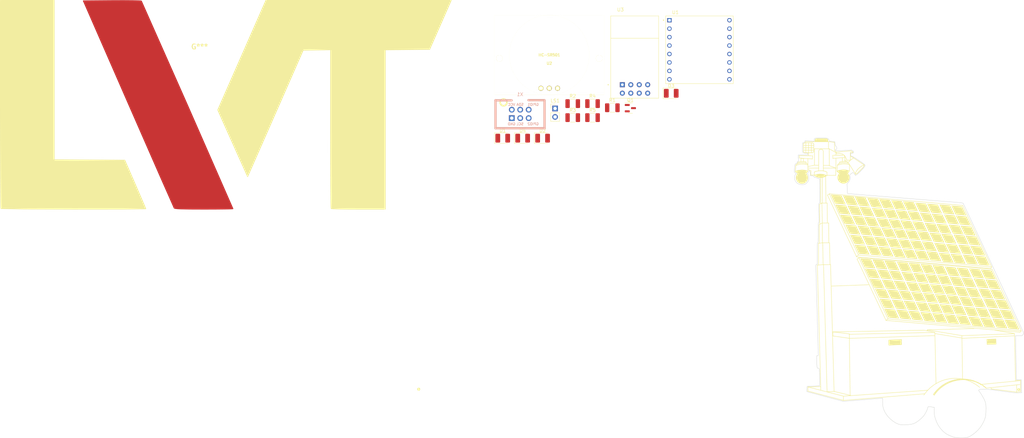
<source format=kicad_pcb>
(kicad_pcb (version 20211014) (generator pcbnew)
  (layers (0 "F.Cu" signal) (31 "B.Cu" signal) (34 "B.Paste" user) (35 "F.Paste" user) (36 "B.SilkS" user "B.Silkscreen") (37 "F.SilkS" user "F.Silkscreen") (38 "B.Mask" user) (39 "F.Mask" user) (44 "Edge.Cuts" user))
  (net 0 "")
  (net 1 "Net-(D1-Pad1)")
  (net 2 "Net-(D1-Pad2)")
  (net 3 "Net-(D2-Pad2)")
  (net 4 "Net-(D3-Pad2)")
  (net 5 "Net-(D4-Pad2)")
  (net 6 "Net-(LS1-Pad1)")
  (net 7 "Net-(LS1-Pad2)")
  (net 8 "Net-(Q1-Pad1)")
  (net 9 "GND")
  (net 10 "/LED_TRIGGER")
  (net 11 "VCC")
  (net 16 "/ESP_UART_RX")
  (net 17 "/USB_D+")
  (net 19 "/ESP_UART_TX")
  (net 20 "/USB_D-")
  (net 23 "/PIR_OUT")
  (footprint "LED_SMD:LED_1210_3225Metric_Pad1.42x2.65mm_HandSolder" (layer "F.Cu") (at 31.2376 71.7804)
    (fp_text reference "D4" (at 0 -2.28) (layer "F.SilkS"))
    (fp_text value "LED")
    (pad "1" smd roundrect (at -1.4875 0) (size 1.425 2.65) (layers "F.Cu" "F.Paste" "F.Mask") (roundrect_rratio 0.175439) (net 1 "Net-(D1-Pad1)"))
    (pad "2" smd roundrect (at 1.4875 0) (size 1.425 2.65) (layers "F.Cu" "F.Paste" "F.Mask") (roundrect_rratio 0.175439) (net 5 "Net-(D4-Pad2)"))
  )
  (footprint "HC-SR501:HC-SR501" (layer "F.Cu") (at 39.2326 46.7904)
    (fp_text reference "U2" (at 0 2.5) (layer "F.SilkS") (effects (font (size 0.8 0.8) (thickness 0.2))))
    (fp_text value "HC-SR501" (at 0 0) (layer "F.SilkS") (effects (font (size 0.8 0.8) (thickness 0.2))))
    (pad "" np_thru_hole circle locked (at -15 1) (size 2 2) (drill 2) (layers *.Cu *.Mask "F.SilkS"))
    (pad "" np_thru_hole circle locked (at 15 1) (size 2 2) (drill 2) (layers *.Cu *.Mask "F.SilkS"))
    (pad "1" thru_hole circle locked (at -2.5 10) (size 1.5 1.5) (drill 0.9) (layers *.Cu *.Mask "F.SilkS") (net 11 "VCC"))
    (pad "2" thru_hole circle locked (at 0 10) (size 1.5 1.5) (drill 0.9) (layers *.Cu *.Mask "F.SilkS") (net 23 "/PIR_OUT"))
    (pad "3" thru_hole circle locked (at 2.5 10) (size 1.5 1.5) (drill 0.9) (layers *.Cu *.Mask "F.SilkS") (net 9 "GND"))
  )
  (footprint "esp01:XCVR_ESP8266-01_ESP-01" (layer "F.Cu") (at 64.9976 47.4104)
    (fp_text reference "U3" (at -4.385 -14.235) (layer "F.SilkS"))
    (fp_text value "ESP8266-01/ESP-01")
    (pad "1" thru_hole rect locked (at -3.81 8.31) (size 1.5 1.5) (drill 0.8) (layers *.Cu *.Mask) (net 9 "GND"))
    (pad "2" thru_hole circle locked (at -1.27 8.31) (size 1.5 1.5) (drill 0.8) (layers *.Cu *.Mask) (net 10 "/LED_TRIGGER"))
    (pad "3" thru_hole circle locked (at 1.27 8.31) (size 1.5 1.5) (drill 0.8) (layers *.Cu *.Mask) (net 23 "/PIR_OUT"))
    (pad "4" thru_hole circle locked (at 3.81 8.31) (size 1.5 1.5) (drill 0.8) (layers *.Cu *.Mask) (net 16 "/ESP_UART_RX"))
    (pad "5" thru_hole circle locked (at -3.81 10.85) (size 1.5 1.5) (drill 0.8) (layers *.Cu *.Mask) (net 19 "/ESP_UART_TX"))
    (pad "6" thru_hole circle locked (at -1.27 10.85) (size 1.5 1.5) (drill 0.8) (layers *.Cu *.Mask))
    (pad "7" thru_hole circle locked (at 1.27 10.85) (size 1.5 1.5) (drill 0.8) (layers *.Cu *.Mask))
    (pad "8" thru_hole circle locked (at 3.81 10.85) (size 1.5 1.5) (drill 0.8) (layers *.Cu *.Mask) (net 11 "VCC"))
  )
  (footprint "Resistor_SMD:R_1210_3225Metric_Pad1.30x2.65mm_HandSolder" (layer "F.Cu") (at 58.1826 62.6404)
    (fp_text reference "R1" (at 0 -2.28) (layer "F.SilkS"))
    (fp_text value "R")
    (pad "1" smd roundrect (at -1.55 0) (size 1.3 2.65) (layers "F.Cu" "F.Paste" "F.Mask") (roundrect_rratio 0.192308) (net 10 "/LED_TRIGGER"))
    (pad "2" smd roundrect (at 1.55 0) (size 1.3 2.65) (layers "F.Cu" "F.Paste" "F.Mask") (roundrect_rratio 0.192308) (net 8 "Net-(Q1-Pad1)"))
  )
  (footprint "LED_SMD:LED_1210_3225Metric_Pad1.42x2.65mm_HandSolder" (layer "F.Cu") (at 25.2476 71.7804)
    (fp_text reference "D1" (at 0 -2.28) (layer "F.SilkS"))
    (fp_text value "LED")
    (pad "1" smd roundrect (at -1.4875 0) (size 1.425 2.65) (layers "F.Cu" "F.Paste" "F.Mask") (roundrect_rratio 0.175439) (net 1 "Net-(D1-Pad1)"))
    (pad "2" smd roundrect (at 1.4875 0) (size 1.425 2.65) (layers "F.Cu" "F.Paste" "F.Mask") (roundrect_rratio 0.175439) (net 2 "Net-(D1-Pad2)"))
  )
  (footprint "Connector_PinHeader_2.54mm:PinHeader_1x02_P2.54mm_Vertical" (layer "F.Cu") (at 40.9826 62.8604)
    (fp_text reference "LS1" (at 0 -2.33) (layer "F.SilkS"))
    (fp_text value "Speaker")
    (pad "1" thru_hole rect (at 0 0) (size 1.7 1.7) (drill 1) (layers *.Cu *.Mask) (net 6 "Net-(LS1-Pad1)"))
    (pad "2" thru_hole oval (at 0 2.54) (size 1.7 1.7) (drill 1) (layers *.Cu *.Mask) (net 7 "Net-(LS1-Pad2)"))
  )
  (footprint "Resistor_SMD:R_1210_3225Metric_Pad1.30x2.65mm_HandSolder" (layer "F.Cu") (at 46.2826 65.6104)
    (fp_text reference "R3" (at 0 -2.28) (layer "F.SilkS"))
    (fp_text value "R")
    (pad "1" smd roundrect (at -1.55 0) (size 1.3 2.65) (layers "F.Cu" "F.Paste" "F.Mask") (roundrect_rratio 0.192308) (net 3 "Net-(D2-Pad2)"))
    (pad "2" smd roundrect (at 1.55 0) (size 1.3 2.65) (layers "F.Cu" "F.Paste" "F.Mask") (roundrect_rratio 0.192308) (net 11 "VCC"))
  )
  (footprint "Resistor_SMD:R_1210_3225Metric_Pad1.30x2.65mm_HandSolder" (layer "F.Cu") (at 46.2826 61.4004)
    (fp_text reference "R2" (at 0 -2.28) (layer "F.SilkS"))
    (fp_text value "R")
    (pad "1" smd roundrect (at -1.55 0) (size 1.3 2.65) (layers "F.Cu" "F.Paste" "F.Mask") (roundrect_rratio 0.192308) (net 2 "Net-(D1-Pad2)"))
    (pad "2" smd roundrect (at 1.55 0) (size 1.3 2.65) (layers "F.Cu" "F.Paste" "F.Mask") (roundrect_rratio 0.192308) (net 11 "VCC"))
  )
  (footprint "lvt:sturdy_trailer" (layer "F.Cu") (at 147.32 116.84)
    (fp_text reference "G***" hide)
    (fp_text value "LOGO" hide)
    (fp_poly (pts (xy -25.792704 -45.116822) (xy -25.340798 -45.113645) (xy -25.010504 -45.105086) (xy -24.776526 -45.088476) (xy -24.613567 -45.061145) (xy -24.496332 -45.020425) (xy -24.399525 -44.963644) (xy -24.31033 -44.897652) (xy -24.098455 -44.68786) (xy -24.023652 -44.468808) (xy -24.022372 -44.430289) (xy -24.011533 -44.289734) (xy -23.951663 -44.208387) (xy -23.801735 -44.160693) (xy -23.527288 -44.121898) (xy -23.166655 -44.076501) (xy -22.802961 -44.02886) (xy -22.644745 -44.007321) (xy -22.257288 -43.953407) (xy -22.231978 -43.428509) (xy -22.204965 -43.113004) (xy -22.14599 -42.90511) (xy -22.031615 -42.740447) (xy -21.952147 -42.659764) (xy -21.752501 -42.382541) (xy -21.684619 -42.087449) (xy -21.749791 -41.817415) (xy -21.921315 -41.632561) (xy -22.145004 -41.485995) (xy -21.953112 -41.351589) (xy -21.881417 -41.311416) (xy -21.783703 -41.282949) (xy -21.638995 -41.266249) (xy -21.426313 -41.261382) (xy -21.12468 -41.268409) (xy -20.71312 -41.287396) (xy -20.170652 -41.318404) (xy -19.516342 -41.358968) (xy -17.271464 -41.500754) (xy -16.958301 -41.293513) (xy -16.759917 -41.142753) (xy -16.680343 -41.006296) (xy -16.68386 -40.822449) (xy -16.684205 -40.820085) (xy -16.721985 -40.654369) (xy -16.805416 -40.57716) (xy -16.987012 -40.554918) (xy -17.100958 -40.553899) (xy -17.478644 -40.553899) (xy -17.478644 -39.725751) (xy -17.067046 -39.594127) (xy -16.8974 -39.513969) (xy -16.613695 -39.351533) (xy -16.242264 -39.124255) (xy -15.809444 -38.849573) (xy -15.341568 -38.544925) (xy -14.864972 -38.227748) (xy -14.40599 -37.91548) (xy -13.990957 -37.625559) (xy -13.646209 -37.375421) (xy -13.39808 -37.182504) (xy -13.315223 -37.109872) (xy -13.200707 -36.912542) (xy -13.214682 -36.771499) (xy -13.324862 -36.562782) (xy -13.539613 -36.267025) (xy -13.834106 -35.910814) (xy -14.183511 -35.520732) (xy -14.563 -35.123361) (xy -14.947744 -34.745285) (xy -15.312915 -34.413088) (xy -15.633684 -34.153354) (xy -15.712902 -34.096724) (xy -16.082922 -33.842143) (xy -16.409663 -34.316556) (xy -16.599056 -34.56316) (xy -16.756535 -34.715628) (xy -16.846373 -34.748771) (xy -16.969941 -34.677505) (xy -17.180842 -34.534547) (xy -17.394054 -34.379896) (xy -17.641376 -34.180339) (xy -17.763785 -34.035087) (xy -17.785608 -33.912529) (xy -17.777976 -33.881017) (xy -17.662379 -33.268641) (xy -17.713167 -32.699677) (xy -17.931218 -32.169987) (xy -18.224403 -31.774258) (xy -18.62344 -31.330433) (xy -18.562857 -29.895901) (xy -18.541039 -29.418062) (xy -18.519023 -29.004028) (xy -18.4986 -28.682802) (xy -18.481566 -28.483388) (xy -18.472268 -28.431365) (xy -18.383596 -28.419557) (xy -18.137339 -28.39531) (xy -17.747574 -28.359822) (xy -17.228378 -28.314293) (xy -16.593828 -28.259925) (xy -15.858003 -28.197917) (xy -15.034978 -28.129469) (xy -14.138831 -28.055782) (xy -13.183639 -27.978055) (xy -12.643673 -27.934457) (xy -10.227836 -27.739946) (xy -7.976618 -27.558717) (xy -5.882993 -27.390206) (xy -3.939936 -27.23385) (xy -2.140419 -27.089086) (xy -0.477417 -26.95535) (xy 1.056096 -26.832078) (xy 2.467148 -26.718709) (xy 3.762764 -26.614677) (xy 4.94997 -26.51942) (xy 6.035794 -26.432375) (xy 7.02726 -26.352977) (xy 7.931395 -26.280665) (xy 8.755227 -26.214873) (xy 9.50578 -26.15504) (xy 10.190081 -26.100601) (xy 10.815157 -26.050994) (xy 11.388033 -26.005654) (xy 11.915736 -25.964019) (xy 12.405292 -25.925525) (xy 12.7 -25.902421) (xy 13.526227 -25.835587) (xy 14.270668 -25.771127) (xy 14.918366 -25.710582) (xy 15.45436 -25.65549) (xy 15.863691 -25.60739) (xy 16.1314 -25.567821) (xy 16.242527 -25.538322) (xy 16.243 -25.537894) (xy 16.287689 -25.452415) (xy 16.401902 -25.217456) (xy 16.582521 -24.839667) (xy 16.826429 -24.325702) (xy 17.130507 -23.682211) (xy 17.491639 -22.915846) (xy 17.906708 -22.033259) (xy 18.372595 -21.041102) (xy 18.886184 -19.946026) (xy 19.444357 -18.754684) (xy 20.043996 -17.473726) (xy 20.681985 -16.109804) (xy 21.355205 -14.669571) (xy 22.06054 -13.159677) (xy 22.794871 -11.586776) (xy 23.555081 -9.957517) (xy 24.338054 -8.278554) (xy 25.140671 -6.556537) (xy 25.437825 -5.91876) (xy 34.533718 13.605531) (xy 34.257534 13.949206) (xy 33.981349 14.292881) (xy 32.029831 14.292881) (xy 32.031977 14.917118) (xy 32.034218 15.110523) (xy 32.039966 15.45983) (xy 32.048896 15.948782) (xy 32.060684 16.561119) (xy 32.075004 17.280584) (xy 32.091531 18.090918) (xy 32.109939 18.975862) (xy 32.129904 19.91916) (xy 32.1511 20.904551) (xy 32.158984 21.267118) (xy 32.180401 22.251961) (xy 32.200722 23.191567) (xy 32.219628 24.070868) (xy 32.236799 24.874799) (xy 32.251918 25.588294) (xy 32.264665 26.196287) (xy 32.274723 26.683712) (xy 32.281772 27.035503) (xy 32.285494 27.236594) (xy 32.28599 27.272712) (xy 32.288136 27.552542) (xy 33.751865 27.552542) (xy 33.751865 29.090355) (xy 33.754871 29.619026) (xy 33.763199 30.116204) (xy 33.775811 30.544564) (xy 33.791671 30.866781) (xy 33.805439 31.019037) (xy 33.859014 31.409906) (xy 33.0951 31.474898) (xy 32.71299 31.496371) (xy 32.317765 31.492732) (xy 31.865484 31.461486) (xy 31.312203 31.400138) (xy 30.95356 31.353289) (xy 30.514387 31.293701) (xy 29.939608 31.215562) (xy 29.264232 31.123637) (xy 28.52327 31.022697) (xy 27.751732 30.917508) (xy 26.984628 30.812838) (xy 26.74625 30.780293) (xy 25.901105 30.666694) (xy 25.198097 30.576944) (xy 24.609202 30.508455) (xy 24.106397 30.458637) (xy 23.661657 30.424904) (xy 23.246958 30.404667) (xy 22.834275 30.395339) (xy 22.562137 30.393898) (xy 22.046602 30.395483) (xy 21.675193 30.40238) (xy 21.419848 30.417798) (xy 21.252502 30.444948) (xy 21.145092 30.48704) (xy 21.069553 30.547283) (xy 21.0513 30.566725) (xy 20.963386 30.678709) (xy 20.955216 30.776945) (xy 21.037831 30.916264) (xy 21.150993 31.06181) (xy 21.391788 31.393063) (xy 21.679004 31.831374) (xy 21.983945 32.328845) (xy 22.277918 32.837578) (xy 22.532227 33.309674) (xy 22.684757 33.62202) (xy 22.871788 34.079387) (xy 23.006938 34.53357) (xy 23.095436 35.021175) (xy 23.142515 35.578813) (xy 23.153403 36.24309) (xy 23.141447 36.818261) (xy 23.112043 37.486855) (xy 23.068128 38.024784) (xy 23.005154 38.473297) (xy 22.918572 38.873644) (xy 22.912027 38.898951) (xy 22.704588 39.519704) (xy 22.396711 40.209728) (xy 22.013607 40.920539) (xy 21.580486 41.603651) (xy 21.316093 41.968318) (xy 20.769854 42.608513) (xy 20.144036 43.2177) (xy 19.469823 43.772686) (xy 18.7784 44.250278) (xy 18.100951 44.627283) (xy 17.46866 44.88051) (xy 17.357626 44.912338) (xy 17.041586 44.966141) (xy 16.59763 45.001033) (xy 16.068994 45.017101) (xy 15.498913 45.014436) (xy 14.930624 44.993124) (xy 14.407362 44.953255) (xy 14.034577 44.905541) (xy 13.414559 44.75993) (xy 12.724591 44.523315) (xy 12.022668 44.21995) (xy 11.366781 43.874092) (xy 10.975096 43.625926) (xy 10.163753 42.962916) (xy 9.438051 42.161587) (xy 8.808397 41.238517) (xy 8.285196 40.210286) (xy 7.878855 39.093473) (xy 7.700016 38.408079) (xy 7.621398 37.953884) (xy 7.586534 37.457254) (xy 7.591395 36.857555) (xy 7.593368 36.803598) (xy 7.630322 35.838156) (xy 6.744557 35.692799) (xy 6.369593 35.636904) (xy 6.056964 35.600826) (xy 5.846079 35.588496) (xy 5.779403 35.596506) (xy 5.716742 35.702067) (xy 5.641187 35.920352) (xy 5.594553 36.09787) (xy 5.452587 36.53689) (xy 5.224575 37.05115) (xy 4.939002 37.587296) (xy 4.624354 38.091974) (xy 4.309119 38.511832) (xy 4.300017 38.522482) (xy 3.883233 38.965257) (xy 3.39977 39.409412) (xy 2.883025 39.829838) (xy 2.366393 40.20143) (xy 1.88327 40.499079) (xy 1.467053 40.697678) (xy 1.3568 40.735216) (xy 0.809735 40.866794) (xy 0.164628 40.972044) (xy -0.528807 41.047165) (xy -1.220856 41.088356) (xy -1.861805 41.091818) (xy -2.401939 41.053749) (xy -2.54 41.03312) (xy -3.303444 40.825165) (xy -4.069446 40.464851) (xy -4.850635 39.945612) (xy -5.252203 39.623218) (xy -5.879434 39.057384) (xy -6.38665 38.514184) (xy -6.811549 37.947118) (xy -7.191832 37.309685) (xy -7.308249 37.087195) (xy -7.543105 36.582255) (xy -7.712756 36.100369) (xy -7.826079 35.59754) (xy -7.891951 35.029771) (xy -7.919249 34.353064) (xy -7.921355 34.048239) (xy -7.921355 33.043209) (xy -8.373389 33.095741) (xy -8.537714 33.111757) (xy -8.857679 33.14006) (xy -9.31726 33.179322) (xy -9.900434 33.228218) (xy -10.591176 33.285422) (xy -11.373461 33.349609) (xy -12.231267 33.419452) (xy -13.148568 33.493627) (xy -14.109341 33.570807) (xy -14.295106 33.585671) (xy -19.764788 34.02307) (xy -23.206631 33.101566) (xy -24.050283 32.875867) (xy -24.929539 32.640959) (xy -25.810585 32.405856) (xy -26.659608 32.179569) (xy -27.442793 31.971112) (xy -28.126328 31.789496) (xy -28.662998 31.647278) (xy -30.677522 31.114493) (xy -30.659054 30.346579) (xy -30.647185 30.001772) (xy -30.631048 29.728667) (xy -30.613373 29.568239) (xy -30.605602 29.543681) (xy -30.515653 29.53183) (xy -30.282617 29.514716) (xy -29.93548 29.493771) (xy -29.503227 29.470424) (xy -29.014844 29.446108) (xy -28.499318 29.422252) (xy -27.985635 29.400288) (xy -27.50278 29.381645) (xy -27.079739 29.367756) (xy -26.992881 29.365355) (xy -26.937116 29.357918) (xy -26.895223 29.32488) (xy -26.865542 29.245139) (xy -26.846414 29.097594) (xy -26.836178 28.861145) (xy -26.833174 28.514691) (xy -26.835742 28.03713) (xy -26.841807 27.444981) (xy -26.850549 26.835292) (xy -26.862795 26.235834) (xy -26.877495 25.684718) (xy -26.893601 25.220051) (xy -26.910062 24.879943) (xy -26.914113 24.818813) (xy -26.941502 24.471019) (xy -26.971076 24.260499) (xy -27.01644 24.152703) (xy -27.091199 24.113081) (xy -27.194339 24.107156) (xy -27.339945 24.101597) (xy -27.45093 24.072699) (xy -27.533106 23.999283) (xy -27.592286 23.860171) (xy -27.634283 23.634184) (xy -27.664909 23.300143) (xy -27.689976 22.836871) (xy -27.715297 22.223188) (xy -27.715948 22.206626) (xy -27.735173 21.672752) (xy -27.748907 21.19779) (xy -27.756651 20.808481) (xy -27.75791 20.531565) (xy -27.752187 20.393782) (xy -27.749825 20.384576) (xy -27.646332 20.334455) (xy -27.509491 20.32) (xy -27.334768 20.295404) (xy -27.26368 20.254114) (xy -27.261496 20.162006) (xy -27.264197 19.90721) (xy -27.27154 19.499164) (xy -27.28328 18.947307) (xy -27.299175 18.261077) (xy -27.318981 17.449912) (xy -27.342454 16.523252) (xy -27.369351 15.490534) (xy -27.399428 14.361197) (xy -27.432442 13.144681) (xy -27.468149 11.850422) (xy -27.506306 10.487861) (xy -27.546669 9.066434) (xy -27.588994 7.595582) (xy -27.600814 7.188182) (xy -27.644112 5.694991) (xy -27.686037 4.242205) (xy -27.72631 2.839799) (xy -27.764654 1.497749) (xy -27.80079 0.22603) (xy -27.834439 -0.965382) (xy -27.865323 -2.066511) (xy -27.893164 -3.067382) (xy -27.917683 -3.958019) (xy -27.938601 -4.728447) (xy -27.955641 -5.36869) (xy -27.968523 -5.868773) (xy -27.97697 -6.218719) (xy -27.980702 -6.408554) (xy -27.980859 -6.426768) (xy -27.978184 -6.747415) (xy -27.958693 -6.936478) (xy -27.909463 -7.034528) (xy -27.81757 -7.082142) (xy -27.767796 -7.095696) (xy -27.552542 -7.149722) (xy -27.552542 -10.376895) (xy -27.55184 -11.216557) (xy -27.549317 -11.899596) (xy -27.544351 -12.441587) (xy -27.536318 -12.858107) (xy -27.524595 -13.164731) (xy -27.508558 -13.377035) (xy -27.487585 -13.510595) (xy -27.461051 -13.580987) (xy -27.428333 -13.603787) (xy -27.423389 -13.604068) (xy -27.388509 -13.62196) (xy -27.360406 -13.686441) (xy -27.338374 -13.813717) (xy -27.32171 -14.019993) (xy -27.309711 -14.321477) (xy -27.301672 -14.734373) (xy -27.296889 -15.274889) (xy -27.294658 -15.959231) (xy -27.294237 -16.577279) (xy -27.293602 -17.376572) (xy -27.291169 -18.020591) (xy -27.286144 -18.526264) (xy -27.277736 -18.910518) (xy -27.265151 -19.190279) (xy -27.247597 -19.382474) (xy -27.22428 -19.504031) (xy -27.194408 -19.571877) (xy -27.157188 -19.602939) (xy -27.152431 -19.604906) (xy -27.114002 -19.631673) (xy -27.084026 -19.690672) (xy -27.062026 -19.799237) (xy -27.047525 -19.974701) (xy -27.040048 -20.234399) (xy -27.039116 -20.595665) (xy -27.044254 -21.075833) (xy -27.054983 -21.692237) (xy -27.070828 -22.462211) (xy -27.072142 -22.523521) (xy -27.088602 -23.300609) (xy -27.100563 -23.923346) (xy -27.107325 -24.409544) (xy -27.108187 -24.777012) (xy -27.102447 -25.043561) (xy -27.089405 -25.227003) (xy -27.068358 -25.345148) (xy -27.038607 -25.415806) (xy -26.999449 -25.456789) (xy -26.955643 -25.482991) (xy -26.912384 -25.509855) (xy -26.87677 -25.550228) (xy -26.848056 -25.619768) (xy -26.825501 -25.734133) (xy -26.808361 -25.908982) (xy -26.795893 -26.159973) (xy -26.787354 -26.502765) (xy -26.782001 -26.953016) (xy -26.779091 -27.526386) (xy -26.777881 -28.238531) (xy -26.777628 -29.105111) (xy -26.777627 -29.234555) (xy -26.777819 -30.122971) (xy -26.778871 -30.854433) (xy -26.781499 -31.44419) (xy -26.786415 -31.907493) (xy -26.794336 -32.259591) (xy -26.805974 -32.515732) (xy -26.822045 -32.691167) (xy -26.843263 -32.801146) (xy -26.870343 -32.860916) (xy -26.903999 -32.885729) (xy -26.944945 -32.890834) (xy -26.948924 -32.890848) (xy -27.115352 -32.920906) (xy -27.380686 -32.99935) (xy -27.659263 -33.098669) (xy -27.9771 -33.21536) (xy -28.264266 -33.310855) (xy -28.435084 -33.358615) (xy -28.628164 -33.454794) (xy -28.671864 -33.577005) (xy -28.69611 -33.673425) (xy -28.794923 -33.729046) (xy -29.007415 -33.759043) (xy -29.166949 -33.769093) (xy -29.662033 -33.794916) (xy -29.687161 -34.461102) (xy -29.708083 -34.816016) (xy -29.74417 -35.036531) (xy -29.804584 -35.160343) (xy -29.869569 -35.211463) (xy -30.033527 -35.256091) (xy -30.117313 -35.158972) (xy -30.135593 -34.976855) (xy -30.205589 -34.762774) (xy -30.349423 -34.598619) (xy -30.490868 -34.475225) (xy -30.505925 -34.385989) (xy -30.405365 -34.260949) (xy -30.401972 -34.257306) (xy -30.215302 -33.94891) (xy -30.102498 -33.528068) (xy -30.073933 -33.042405) (xy -30.09012 -32.825613) (xy -30.161165 -32.451631) (xy -30.298907 -32.14142) (xy -30.467985 -31.89435) (xy -30.823226 -31.497092) (xy -31.198018 -31.245318) (xy -31.639286 -31.115693) (xy -32.097172 -31.084129) (xy -32.758928 -31.14742) (xy -33.311004 -31.342154) (xy -33.757772 -31.670755) (xy -34.103605 -32.135647) (xy -34.149266 -32.221659) (xy -34.269783 -32.487235) (xy -34.332182 -32.724787) (xy -34.349317 -33.006442) (xy -34.340082 -33.292292) (xy -34.314806 -33.636895) (xy -34.270553 -33.862813) (xy -34.190788 -34.02355) (xy -34.072017 -34.159662) (xy -33.835826 -34.395853) (xy -34.144691 -34.655161) (xy -34.453555 -34.914468) (xy -34.391372 -35.977578) (xy -34.361676 -36.433308) (xy -34.33033 -36.752651) (xy -34.289923 -36.971329) (xy -34.233045 -37.125061) (xy -34.152283 -37.249569) (xy -34.118974 -37.290513) (xy -33.939408 -37.455142) (xy -33.768684 -37.537995) (xy -33.74421 -37.540339) (xy -33.622819 -37.584632) (xy -33.580826 -37.744716) (xy -33.579661 -37.798644) (xy -33.556493 -37.983248) (xy -33.458012 -38.050781) (xy -33.364406 -38.05695) (xy -33.239402 -38.069865) (xy -33.175361 -38.137196) (xy -33.152059 -38.301816) (xy -33.149152 -38.513289) (xy -33.165378 -38.788403) (xy -33.206915 -38.995305) (xy -33.240462 -39.060937) (xy -33.288908 -39.195085) (xy -33.30876 -39.432642) (xy -33.305038 -39.573242) (xy -33.278305 -39.994238) (xy -31.836101 -40.017845) (xy -30.393898 -40.041452) (xy -30.393898 -40.553899) (xy -31.024652 -40.553899) (xy -31.365574 -40.5609) (xy -31.58411 -40.590024) (xy -31.729789 -40.653453) (xy -31.844933 -40.755641) (xy -31.917201 -40.841454) (xy -31.967599 -40.939147) (xy -31.99934 -41.07822) (xy -32.015637 -41.288174) (xy -32.019702 -41.598511) (xy -32.01475 -42.038729) (xy -32.01062 -42.276872) (xy -31.986779 -43.596359) (xy -31.620847 -43.718236) (xy -31.386494 -43.813977) (xy -31.278872 -43.920004) (xy -31.254915 -44.059206) (xy -31.254915 -44.278299) (xy -28.499661 -44.153437) (xy -28.499661 -44.492865) (xy -28.493484 -44.687032) (xy -28.461581 -44.836137) (xy -28.383893 -44.946121) (xy -28.240361 -45.022926) (xy -28.010924 -45.072494) (xy -27.675525 -45.100765) (xy -27.214103 -45.113681) (xy -26.6066 -45.117185) (xy -26.391517 -45.117288)) (layer "Edge.Cuts") (width 0.1) (fill none))
  )
  (footprint "Package_TO_SOT_SMD:SOT-23" (layer "F.Cu") (at 63.6026 62.7604)
    (fp_text reference "Q1" (at 0 -2.4) (layer "F.SilkS"))
    (fp_text value "MMBT3904")
    (pad "1" smd roundrect (at -0.9375 -0.95) (size 1.475 0.6) (layers "F.Cu" "F.Paste" "F.Mask") (net 8 "Net-(Q1-Pad1)"))
    (pad "2" smd roundrect (at -0.9375 0.95) (size 1.475 0.6) (layers "F.Cu" "F.Paste" "F.Mask") (net 9 "GND"))
    (pad "3" smd roundrect (at 0.9375 0) (size 1.475 0.6) (layers "F.Cu" "F.Paste" "F.Mask") (net 1 "Net-(D1-Pad1)"))
  )
  (footprint "lvt:lvt_logo" (layer "F.Cu") (at -65.840402 57.004168)
    (fp_text reference "G***" (at 0 -12.7) (layer "F.SilkS") (effects (font (size 1.524 1.524) (thickness 0.3))))
    (fp_text value "LOGO" hide)
    (fp_poly (pts (xy -7.63815 35.769964) (xy -11.766053 26.443702) (xy -21.39 4.482987) (xy -34.927796 -26.475002) (xy -26.301698 -26.544822) (xy -22.937638 -26.555984) (xy -20.154758 -26.534762) (xy -18.242221 -26.485497) (xy -17.702693 -26.451705) (xy -17.489186 -26.41253) (xy -3.668376 4.770898) (xy 10.007174 35.968889) (xy 9.961958 35.982133) (xy 9.829287 35.995006) (xy 9.319456 36.019376) (xy 8.513431 36.041465) (xy 7.446957 36.060736) (xy 4.675658 36.08869) (xy 1.291541 36.098959) (xy -2.889057 36.082892) (xy -5.608284 36.028697) (xy -6.496096 35.984493) (xy -7.11002 35.927386) (xy -7.480542 35.856252) (xy -7.584054 35.815074) (xy -7.638146 35.769968) (xy -7.63815 35.769964)) (layer "F.Cu") (width 0.264582) (fill solid))
  )
  (footprint "badgelife_sao_v169bis:Badgelife-SAOv169-SAO-2x3" (layer "F.Cu") (at 30.4436 64.4744)
    (fp_text reference "X1" (at 0 -5.842) (layer "B.SilkS") (effects (justify mirror)))
    (fp_text value "Badgelife_sao_connector_v169bis")
    (fp_text user "SDA" (at 0 -2.794 unlocked) (layer "B.SilkS") (effects (font (size 0.75 0.75)) (justify mirror)))
    (fp_text user "GPIO2" (at 3.937 3.048) (layer "B.SilkS") (effects (font (size 0.75 0.75)) (justify mirror)))
    (fp_text user "GPIO1" (at 3.937 -2.794 unlocked) (layer "B.SilkS") (effects (font (size 0.75 0.75)) (justify mirror)))
    (fp_text user "VCC" (at -2.54 -2.794 unlocked) (layer "B.SilkS") (effects (font (size 0.75 0.75)) (justify mirror)))
    (fp_text user "GND" (at -2.54 3.048 unlocked) (layer "B.SilkS") (effects (font (size 0.75 0.75)) (justify mirror)))
    (fp_text user "SCL" (at 0 3.048) (layer "B.SilkS") (effects (font (size 0.75 0.75)) (justify mirror)))
    (pad "1" thru_hole oval locked (at -2.48 -1.25 270) (size 1.7272 1.7272) (drill 1.016) (layers *.Cu *.Mask) (net 11 "VCC"))
    (pad "2" thru_hole rect locked (at -2.48 1.29 270) (size 1.7272 1.7272) (drill 1.016) (layers *.Cu *.Mask) (net 9 "GND"))
    (pad "3" thru_hole oval locked (at 0.06 -1.25 270) (size 1.7272 1.7272) (drill 1.016) (layers *.Cu *.Mask))
    (pad "4" thru_hole oval locked (at 0.06 1.29 270) (size 1.7272 1.7272) (drill 1.016) (layers *.Cu *.Mask))
    (pad "5" thru_hole circle locked (at 2.6 -1.25 270) (size 1.7272 1.7272) (drill 1.016) (layers *.Cu *.Mask))
    (pad "6" thru_hole circle locked (at 2.6 1.29 270) (size 1.7272 1.7272) (drill 1.016) (layers *.Cu *.Mask))
  )
  (footprint "lvt:MODULE_DFR0299" (layer "F.Cu") (at 84.3576 45.2204)
    (fp_text reference "U1" (at -7.225 -11.235) (layer "F.SilkS"))
    (fp_text value "DFR0299")
    (pad "1" thru_hole rect locked (at -9.017 -8.89) (size 1.308 1.308) (drill 0.8) (layers *.Cu *.Mask) (net 11 "VCC"))
    (pad "2" thru_hole circle locked (at -9.017 -6.35) (size 1.308 1.308) (drill 0.8) (layers *.Cu *.Mask) (net 19 "/ESP_UART_TX"))
    (pad "3" thru_hole circle locked (at -9.017 -3.81) (size 1.308 1.308) (drill 0.8) (layers *.Cu *.Mask) (net 16 "/ESP_UART_RX"))
    (pad "4" thru_hole circle locked (at -9.017 -1.27) (size 1.308 1.308) (drill 0.8) (layers *.Cu *.Mask))
    (pad "5" thru_hole circle locked (at -9.017 1.27) (size 1.308 1.308) (drill 0.8) (layers *.Cu *.Mask))
    (pad "6" thru_hole circle locked (at -9.017 3.81) (size 1.308 1.308) (drill 0.8) (layers *.Cu *.Mask) (net 7 "Net-(LS1-Pad2)"))
    (pad "7" thru_hole circle locked (at -9.017 6.35) (size 1.308 1.308) (drill 0.8) (layers *.Cu *.Mask) (net 9 "GND"))
    (pad "8" thru_hole circle locked (at -9.017 8.89) (size 1.308 1.308) (drill 0.8) (layers *.Cu *.Mask) (net 6 "Net-(LS1-Pad1)"))
    (pad "9" thru_hole circle locked (at 9.017 8.89) (size 1.308 1.308) (drill 0.8) (layers *.Cu *.Mask))
    (pad "10" thru_hole circle locked (at 9.017 6.35) (size 1.308 1.308) (drill 0.8) (layers *.Cu *.Mask) (net 9 "GND"))
    (pad "11" thru_hole circle locked (at 9.017 3.81) (size 1.308 1.308) (drill 0.8) (layers *.Cu *.Mask))
    (pad "12" thru_hole circle locked (at 9.017 1.27) (size 1.308 1.308) (drill 0.8) (layers *.Cu *.Mask))
    (pad "13" thru_hole circle locked (at 9.017 -1.27) (size 1.308 1.308) (drill 0.8) (layers *.Cu *.Mask))
    (pad "14" thru_hole circle locked (at 9.017 -3.81) (size 1.308 1.308) (drill 0.8) (layers *.Cu *.Mask) (net 17 "/USB_D+"))
    (pad "15" thru_hole circle locked (at 9.017 -6.35) (size 1.308 1.308) (drill 0.8) (layers *.Cu *.Mask) (net 20 "/USB_D-"))
    (pad "16" thru_hole circle locked (at 9.017 -8.89) (size 1.308 1.308) (drill 0.8) (layers *.Cu *.Mask))
  )
  (footprint "Resistor_SMD:R_1210_3225Metric_Pad1.30x2.65mm_HandSolder" (layer "F.Cu") (at 52.2326 65.6104)
    (fp_text reference "R5" (at 0 -2.28) (layer "F.SilkS"))
    (fp_text value "R")
    (pad "1" smd roundrect (at -1.55 0) (size 1.3 2.65) (layers "F.Cu" "F.Paste" "F.Mask") (roundrect_rratio 0.192308) (net 5 "Net-(D4-Pad2)"))
    (pad "2" smd roundrect (at 1.55 0) (size 1.3 2.65) (layers "F.Cu" "F.Paste" "F.Mask") (roundrect_rratio 0.192308) (net 11 "VCC"))
  )
  (footprint "LED_SMD:LED_1210_3225Metric_Pad1.42x2.65mm_HandSolder" (layer "F.Cu") (at 75.8776 58.3004)
    (fp_text reference "D3" (at 0 -2.28) (layer "F.SilkS"))
    (fp_text value "LED")
    (pad "1" smd roundrect (at -1.4875 0) (size 1.425 2.65) (layers "F.Cu" "F.Paste" "F.Mask") (roundrect_rratio 0.175439) (net 1 "Net-(D1-Pad1)"))
    (pad "2" smd roundrect (at 1.4875 0) (size 1.425 2.65) (layers "F.Cu" "F.Paste" "F.Mask") (roundrect_rratio 0.175439) (net 4 "Net-(D3-Pad2)"))
  )
  (footprint "LED_SMD:LED_1210_3225Metric_Pad1.42x2.65mm_HandSolder" (layer "F.Cu") (at 37.2276 71.7804)
    (fp_text reference "D2" (at 0 -2.28) (layer "F.SilkS"))
    (fp_text value "LED")
    (pad "1" smd roundrect (at -1.4875 0) (size 1.425 2.65) (layers "F.Cu" "F.Paste" "F.Mask") (roundrect_rratio 0.175439) (net 1 "Net-(D1-Pad1)"))
    (pad "2" smd roundrect (at 1.4875 0) (size 1.425 2.65) (layers "F.Cu" "F.Paste" "F.Mask") (roundrect_rratio 0.175439) (net 3 "Net-(D2-Pad2)"))
  )
  (footprint "Resistor_SMD:R_1210_3225Metric_Pad1.30x2.65mm_HandSolder" (layer "F.Cu") (at 52.2326 61.4004)
    (fp_text reference "R4" (at 0 -2.28) (layer "F.SilkS"))
    (fp_text value "R")
    (pad "1" smd roundrect (at -1.55 0) (size 1.3 2.65) (layers "F.Cu" "F.Paste" "F.Mask") (roundrect_rratio 0.192308) (net 4 "Net-(D3-Pad2)"))
    (pad "2" smd roundrect (at 1.55 0) (size 1.3 2.65) (layers "F.Cu" "F.Paste" "F.Mask") (roundrect_rratio 0.192308) (net 11 "VCC"))
  )
  (gr_line locked (start 131.2672 82.6008) (end 131.7244 82.3976) (layer "F.SilkS") (width 0.15))
  (gr_line locked (start 155.0416 131.1148) (end 129.4384 131.9276) (layer "F.SilkS") (width 0.15))
  (gr_poly locked (pts (xy 164.043329 116.747105) (xy 165.248977 119.288435) (xy 162.251777 119.034435) (xy 161.032577 116.494435)) (layer "F.SilkS") (width 0.15) (fill solid))
  (gr_line locked (start 121.2088 97.282) (end 123.19 97.282) (layer "F.SilkS") (width 0.15))
  (gr_poly locked (pts (xy 140.240791 117.31888) (xy 141.446439 119.86021) (xy 138.449239 119.60621) (xy 137.230039 117.06621)) (layer "F.SilkS") (width 0.15) (fill solid))
  (gr_poly locked (pts (xy 144.452733 111.895312) (xy 145.658381 114.436642) (xy 142.661181 114.182642) (xy 141.441981 111.642642)) (layer "F.SilkS") (width 0.15) (fill solid))
  (gr_line locked (start 127.4064 79.1464) (end 128.016 79.1464) (layer "F.SilkS") (width 0.15))
  (gr_line locked (start 122.682 83.058) (end 122.682 81.9912) (layer "F.SilkS") (width 0.15))
  (gr_line locked (start 116.9924 146.558) (end 116.9416 147.7772) (layer "F.SilkS") (width 0.15))
  (gr_arc locked (start 118.872 82.9564) (mid 120.742436 82.585697) (end 122.5804 83.058) (layer "F.SilkS") (width 0.15))
  (gr_line locked (start 179.0192 131.1148) (end 179.0192 130.556) (layer "F.SilkS") (width 0.15))
  (gr_line locked (start 118.872 82.9564) (end 118.872 81.9404) (layer "F.SilkS") (width 0.15))
  (gr_poly locked (pts (xy 146.673152 123.64587) (xy 147.8788 126.1872) (xy 144.8816 125.9332) (xy 143.6624 123.3932)) (layer "F.SilkS") (width 0.15) (fill solid))
  (gr_line locked (start 114.4016 79.248) (end 114.9096 79.1972) (layer "F.SilkS") (width 0.15))
  (gr_poly locked (pts (xy 174.868084 117.622764) (xy 176.073732 120.164094) (xy 173.076532 119.910094) (xy 171.857332 117.370094)) (layer "F.SilkS") (width 0.15) (fill solid))
  (gr_line locked (start 116.459 79.3242) (end 116.84 79.502) (layer "F.SilkS") (width 0.15))
  (gr_poly locked (pts (xy 166.932119 122.773461) (xy 168.137767 125.314791) (xy 165.140567 125.060791) (xy 163.921367 122.520791)) (layer "F.SilkS") (width 0.15) (fill solid))
  (gr_line locked (start 113.9952 79.756) (end 113.3348 79.9592) (layer "F.SilkS") (width 0.15))
  (gr_line locked (start 128.5748 78.3844) (end 129.6416 78.3844) (layer "F.SilkS") (width 0.15))
  (gr_poly locked (pts (xy 152.14361 105.806971) (xy 153.349258 108.348301) (xy 150.352058 108.094301) (xy 149.132858 105.554301)) (layer "F.SilkS") (width 0.15) (fill solid))
  (gr_line locked (start 128.4732 77.8764) (end 128.5748 78.3844) (layer "F.SilkS") (width 0.15))
  (gr_line locked (start 122.7328 91.2876) (end 122.7836 97.1804) (layer "F.SilkS") (width 0.15))
  (gr_line locked (start 113.1824 81.788) (end 113.3348 79.9592) (layer "F.SilkS") (width 0.15))
  (gr_line locked (start 121.158 91.3384) (end 121.2596 97.1804) (layer "F.SilkS") (width 0.15))
  (gr_poly locked (pts (xy 146.832362 109.288314) (xy 148.03801 111.829644) (xy 145.04081 111.575644) (xy 143.82161 109.035644)) (layer "F.SilkS") (width 0.15) (fill solid))
  (gr_poly locked (pts (xy 155.707581 106.11987) (xy 156.913229 108.6612) (xy 153.916029 108.4072) (xy 152.696829 105.8672)) (layer "F.SilkS") (width 0.15) (fill solid))
  (gr_poly locked (pts (xy 161.24362 110.702615) (xy 162.449268 113.243945) (xy 159.452068 112.989945) (xy 158.232868 110.449945)) (layer "F.SilkS") (width 0.15) (fill solid))
  (gr_line locked (start 126.8984 79.1972) (end 127.4064 79.1464) (layer "F.SilkS") (width 0.15))
  (gr_line locked (start 122.4788 71.9328) (end 122.8852 72.1868) (layer "F.SilkS") (width 0.15))
  (gr_poly locked (pts (xy 170.492474 123.09032) (xy 171.698122 125.63165) (xy 168.700922 125.37765) (xy 167.481722 122.83765)) (layer "F.SilkS") (width 0.15) (fill solid))
  (gr_line locked (start 114.3508 77.724) (end 116.9416 77.9272) (layer "F.SilkS") (width 0.15))
  (gr_line locked (start 123.3424 74.9808) (end 123.3932 80.0608) (layer "F.SilkS") (width 0.15))
  (gr_line locked (start 133.7564 80.264) (end 133.858 79.8576) (layer "F.SilkS") (width 0.15))
  (gr_poly locked (pts (xy 129.772568 95.129315) (xy 130.978216 97.670645) (xy 127.981016 97.416645) (xy 126.761816 94.876645)) (layer "F.SilkS") (width 0.15) (fill solid))
  (gr_line locked (start 132.4864 80.6196) (end 131.826 81.2292) (layer "F.SilkS") (width 0.15))
  (gr_line locked (start 119.7864 109.9312) (end 120.8278 147.4724) (layer "F.SilkS") (width 0.15))
  (gr_line locked (start 179.6796 148.082) (end 179.6796 145.9484) (layer "F.SilkS") (width 0.15))
  (gr_poly locked (pts (xy 140.888762 111.582413) (xy 142.09441 114.123743) (xy 139.09721 113.869743) (xy 137.87801 111.329743)) (layer "F.SilkS") (width 0.15) (fill solid))
  (gr_line locked (start 121.3612 81.5848) (end 121.8692 81.6864) (layer "F.SilkS") (width 0.15))
  (gr_line locked (start 123.1392 72.8472) (end 123.1392 74.8792) (layer "F.SilkS") (width 0.15))
  (gr_line locked (start 123.7488 109.7788) (end 121.6152 109.7788) (layer "F.SilkS") (width 0.15))
  (gr_line locked (start 123.3932 80.0608) (end 125.3744 80.772) (layer "F.SilkS") (width 0.15))
  (gr_line locked (start 119.126 72.8472) (end 119.126 72.2884) (layer "F.SilkS") (width 0.15))
  (gr_line locked (start 125.3744 80.772) (end 125.3744 77.9272) (layer "F.SilkS") (width 0.15))
  (gr_line locked (start 179.0192 130.556) (end 163.2204 131.1148) (layer "F.SilkS") (width 0.15))
  (gr_poly locked (pts (xy 175.56241 126.330171) (xy 176.768058 128.871501) (xy 173.770858 128.617501) (xy 172.551658 126.077501)) (layer "F.SilkS") (width 0.15) (fill solid))
  (gr_line locked (start 125.3744 76.0476) (end 125.3744 76.8096) (layer "F.SilkS") (width 0.15))
  (gr_line locked (start 123.5964 109.728) (end 123.444 103.3018) (layer "F.SilkS") (width 0.15))
  (gr_line locked (start 170.55388 146.895251) (end 180.6956 145.796) (layer "F.SilkS") (width 0.15))
  (gr_line locked (start 125.6792 81.7372) (end 125.8316 79.9084) (layer "F.SilkS") (width 0.15))
  (gr_line locked (start 114.8588 78.7908) (end 114.8588 77.8764) (layer "F.SilkS") (width 0.15))
  (gr_poly locked (pts (xy 132.770929 101.155671) (xy 133.976577 103.697001) (xy 130.979377 103.443001) (xy 129.760177 100.903001)) (layer "F.SilkS") (width 0.15) (fill solid))
  (gr_line locked (start 180.7464 130.0988) (end 140.4112 126.5428) (layer "F.SilkS") (width 0.15))
  (gr_arc locked (start 154.70428 148.876451) (mid 162.052 144.3228) (end 170.35068 146.742851) (layer "F.SilkS") (width 0.15))
  (gr_poly locked (pts (xy 137.24243 111.292524) (xy 138.448078 113.833854) (xy 135.450878 113.579854) (xy 134.231678 111.039854)) (layer "F.SilkS") (width 0.15) (fill solid))
  (gr_poly locked (pts (xy 145.034 132.2832) (xy 145.0848 133.8072) (xy 141.287422 133.982887) (xy 141.236622 132.458887)) (layer "F.SilkS") (width 0.15) (fill solid))
  (gr_line locked (start 132.1816 81.9404) (end 132.588 81.534) (layer "F.SilkS") (width 0.15))
  (gr_line locked (start 116.9416 147.7772) (end 127.6096 150.5712) (layer "F.SilkS") (width 0.15))
  (gr_line locked (start 126.492 79.7052) (end 125.8316 79.9084) (layer "F.SilkS") (width 0.15))
  (gr_line locked (start 116.9416 79.8068) (end 116.3828 79.6544) (layer "F.SilkS") (width 0.15))
  (gr_line locked (start 124.9172 73.0504) (end 124.968 75.4888) (layer "F.SilkS") (width 0.15))
  (gr_line locked (start 116.9416 77.9272) (end 116.9416 79.6544) (layer "F.SilkS") (width 0.15))
  (gr_line locked (start 163.1696 131.826) (end 155.1432 130.5052) (layer "F.SilkS") (width 0.15))
  (gr_line locked (start 115.4176 79.5528) (end 114.554 79.6036) (layer "F.SilkS") (width 0.15))
  (gr_line locked (start 125.2728 76.0476) (end 123.3424 74.9808) (layer "F.SilkS") (width 0.15))
  (gr_poly locked (pts (xy 121.666 82.7024) (xy 122.428 83.0072) (xy 121.411701 83.511314) (xy 120.0912 83.5152) (xy 119.0244 83.0072) (xy 119.4816 82.8548) (xy 120.2436 82.6516) (xy 120.9548 82.6008)) (layer "F.SilkS") (width 0.15) (fill solid))
  (gr_line locked (start 122.8344 88.9) (end 123.4948 88.4936) (layer "F.SilkS") (width 0.15))
  (gr_poly locked (pts (xy 162.623191 113.707914) (xy 163.828839 116.249244) (xy 160.831639 115.995244) (xy 159.612439 113.455244)) (layer "F.SilkS") (width 0.15) (fill solid))
  (gr_poly locked (pts (xy 149.632071 115.332804) (xy 150.837719 117.874134) (xy 147.840519 117.620134) (xy 146.621319 115.080134)) (layer "F.SilkS") (width 0.15) (fill solid))
  (gr_line locked (start 116.2304 73.1012) (end 116.2304 72.8472) (layer "F.SilkS") (width 0.15))
  (gr_line locked (start 172.1612 110.49) (end 132.1308 106.8832) (layer "F.SilkS") (width 0.15))
  (gr_poly locked (pts (xy 168.50802 111.261415) (xy 169.713668 113.802745) (xy 166.716468 113.548745) (xy 165.497268 111.008745)) (layer "F.SilkS") (width 0.15) (fill solid))
  (gr_line locked (start 122.2756 83.2612) (end 122.3772 91.2368) (layer "F.SilkS") (width 0.15))
  (gr_line locked (start 125.3236 80.8228) (end 125.3236 82.9564) (layer "F.SilkS") (width 0.15))
  (gr_poly locked (pts (xy 145.774694 99.430468) (xy 146.980342 101.971798) (xy 143.983142 101.717798) (xy 142.763942 99.177798)) (layer "F.SilkS") (width 0.15) (fill solid))
  (gr_line locked (start 127.0508 78.8416) (end 127.7112 78.7908) (layer "F.SilkS") (width 0.15))
  (gr_line locked (start 125.476 76.4032) (end 126.4412 76.3524) (layer "F.SilkS") (width 0.15))
  (gr_poly locked (pts (xy 163.886381 101.09067) (xy 165.092029 103.632) (xy 162.094829 103.378) (xy 160.875629 100.838)) (layer "F.SilkS") (width 0.15) (fill solid))
  (gr_line locked (start 116.84 79.502) (end 116.9416 79.8068) (layer "F.SilkS") (width 0.15))
  (gr_line locked (start 140.4112 126.5428) (end 131.7244 108.1024) (layer "F.SilkS") (width 0.15))
  (gr_poly locked (pts (xy 150.032762 94.056413) (xy 151.23841 96.597743) (xy 148.24121 96.343743) (xy 147.02201 93.803743)) (layer "F.SilkS") (width 0.15) (fill solid))
  (gr_line locked (start 124.46 76.9112) (end 127.8636 76.9112) (layer "F.SilkS") (width 0.15))
  (gr_line locked (start 129.3876 130.7084) (end 129.6416 149.1488) (layer "F.SilkS") (width 0.15))
  (gr_line locked (start 124.46 77.8764) (end 124.46 76.9112) (layer "F.SilkS") (width 0.15))
  (gr_poly locked (pts (xy 134.997123 98.406369) (xy 136.202771 100.947699) (xy 133.205571 100.693699) (xy 131.986371 98.153699)) (layer "F.SilkS") (width 0.15) (fill solid))
  (gr_poly locked (pts (xy 131.350791 98.11648) (xy 132.556439 100.65781) (xy 129.559239 100.40381) (xy 128.340039 97.86381)) (layer "F.SilkS") (width 0.15) (fill solid))
  (gr_line locked (start 179.6796 148.082) (end 172.0088 147.1168) (layer "F.SilkS") (width 0.15))
  (gr_line locked (start 163.2204 131.1148) (end 163.4236 144.1196) (layer "F.SilkS") (width 0.15))
  (gr_line locked (start 128.8796 79.6036) (end 127.9144 79.502) (layer "F.SilkS") (width 0.15))
  (gr_line locked (start 116.3828 79.6544) (end 115.4176 79.5528) (layer "F.SilkS") (width 0.15))
  (gr_poly locked (pts (xy 137.942362 90.085914) (xy 139.14801 92.627244) (xy 136.15081 92.373244) (xy 134.93161 89.833244)) (layer "F.SilkS") (width 0.15) (fill solid))
  (gr_poly locked (pts (xy 143.073162 108.890013) (xy 144.27881 111.431343) (xy 141.28161 111.177343) (xy 140.06241 108.637343)) (layer "F.SilkS") (width 0.15) (fill solid))
  (gr_line locked (start 129.4384 130.6068) (end 124.5108 129.9972) (layer "F.SilkS") (width 0.15))
  (gr_line locked (start 115.6208 75.8444) (end 115.6208 73.406) (layer "F.SilkS") (width 0.15))
  (gr_poly locked (pts (xy 139.977616 101.762419) (xy 141.183264 104.303749) (xy 138.186064 104.049749) (xy 136.966864 101.509749)) (layer "F.SilkS") (width 0.15) (fill solid))
  (gr_poly locked (pts (xy 159.40801 106.568971) (xy 160.613658 109.110301) (xy 157.616458 108.856301) (xy 156.397258 106.316301)) (layer "F.SilkS") (width 0.15) (fill solid))
  (gr_line locked (start 121.2596 97.282) (end 121.3104 103.2256) (layer "F.SilkS") (width 0.15))
  (gr_poly locked (pts (xy 157.543191 110.253514) (xy 158.748839 112.794844) (xy 155.751639 112.540844) (xy 154.532439 110.000844)) (layer "F.SilkS") (width 0.15) (fill solid))
  (gr_poly locked (pts (xy 158.713684 97.861564) (xy 159.919332 100.402894) (xy 156.922132 100.148894) (xy 155.702932 97.608894)) (layer "F.SilkS") (width 0.15) (fill solid))
  (gr_poly locked (pts (xy 165.511981 119.73427) (xy 166.717629 122.2756) (xy 163.720429 122.0216) (xy 162.501229 119.4816)) (layer "F.SilkS") (width 0.15) (fill solid))
  (gr_line locked (start 151.7904 129.4892) (end 155.0924 130.1496) (layer "F.SilkS") (width 0.15))
  (gr_line locked (start 121.6406 109.7788) (end 122.7074 147.9804) (layer "F.SilkS") (width 0.15))
  (gr_poly locked (pts (xy 165.306519 104.129861) (xy 166.512167 106.671191) (xy 163.514967 106.417191) (xy 162.295767 103.877191)) (layer "F.SilkS") (width 0.15) (fill solid))
  (gr_poly locked (pts (xy 160.339284 116.301964) (xy 161.544932 118.843294) (xy 158.547732 118.589294) (xy 157.328532 116.049294)) (layer "F.SilkS") (width 0.15) (fill solid))
  (gr_poly locked (pts (xy 147.191216 102.473619) (xy 148.396864 105.014949) (xy 145.399664 104.760949) (xy 144.180464 102.220949)) (layer "F.SilkS") (width 0.15) (fill solid))
  (gr_line locked (start 123.444 103.2256) (end 121.412 103.2256) (layer "F.SilkS") (width 0.15))
  (gr_poly locked (pts (xy 145.307261 120.64796) (xy 146.512909 123.18929) (xy 143.515709 122.93529) (xy 142.296509 120.39529)) (layer "F.SilkS") (width 0.15) (fill solid))
  (gr_line locked (start 151.7904 129.4892) (end 124.46 129.9972) (layer "F.SilkS") (width 0.15))
  (gr_poly locked (pts (xy 158.922762 113.258813) (xy 160.12841 115.800143) (xy 157.13121 115.546143) (xy 155.91201 113.006143)) (layer "F.SilkS") (width 0.15) (fill solid))
  (gr_line locked (start 129.6924 77.216) (end 130.2004 77.4192) (layer "F.SilkS") (width 0.15))
  (gr_line locked (start 117.856 82.8548) (end 117.856 81.5848) (layer "F.SilkS") (width 0.15))
  (gr_line locked (start 114.3508 77.0636) (end 114.3508 77.724) (layer "F.SilkS") (width 0.15))
  (gr_poly locked (pts (xy 138.662568 114.331715) (xy 139.868216 116.873045) (xy 136.871016 116.619045) (xy 135.651816 114.079045)) (layer "F.SilkS") (width 0.15) (fill solid))
  (gr_line locked (start 120.142 80.772) (end 117.0432 80.772) (layer "F.SilkS") (width 0.15))
  (gr_poly locked (pts (xy 152.520861 121.35916) (xy 153.726509 123.90049) (xy 150.729309 123.64649) (xy 149.510109 121.10649)) (layer "F.SilkS") (width 0.15) (fill solid))
  (gr_line locked (start 129.794 149.098) (end 124.8156 147.8788) (layer "F.SilkS") (width 0.15))
  (gr_line locked (start 117.1448 76.1492) (end 115.8748 76.0984) (layer "F.SilkS") (width 0.15))
  (gr_poly locked (pts (xy 167.450352 101.403569) (xy 168.656 103.944899) (xy 165.6588 103.690899) (xy 164.4396 101.150899)) (layer "F.SilkS") (width 0.15) (fill solid))
  (gr_line locked (start 118.9228 79.9084) (end 120.142 79.9084) (layer "F.SilkS") (width 0.15))
  (gr_line locked (start 132.588 81.534) (end 133.4008 80.7212) (layer "F.SilkS") (width 0.15))
  (gr_poly locked (pts (xy 147.888929 96.782705) (xy 149.094577 99.324035) (xy 146.097377 99.070035) (xy 144.878177 96.530035)) (layer "F.SilkS") (width 0.15) (fill solid))
  (gr_line locked (start 113.3348 79.9592) (end 113.538 79.6036) (layer "F.SilkS") (width 0.15))
  (gr_line locked (start 172.0088 147.1168) (end 172.0088 146.7612) (layer "F.SilkS") (width 0.15))
  (gr_poly locked (pts (xy 142.210723 99.117569) (xy 143.416371 101.658899) (xy 140.419171 101.404899) (xy 139.199971 98.864899)) (layer "F.SilkS") (width 0.15) (fill solid))
  (gr_line locked (start 121.5644 79.9592) (end 123.3424 79.9592) (layer "F.SilkS") (width 0.15))
  (gr_poly locked (pts (xy 167.603684 117.063964) (xy 168.809332 119.605294) (xy 165.812132 119.351294) (xy 164.592932 116.811294)) (layer "F.SilkS") (width 0.15) (fill solid))
  (gr_poly locked (pts (xy 148.560723 105.467569) (xy 149.766371 108.008899) (xy 146.769171 107.754899) (xy 145.549971 105.214899)) (layer "F.SilkS") (width 0.15) (fill solid))
  (gr_line locked (start 163.2204 131.1148) (end 152.8064 129.3876) (layer "F.SilkS") (width 0.15))
  (gr_line locked (start 124.968 75.4888) (end 125.476 75.9968) (layer "F.SilkS") (width 0.15))
  (gr_poly locked (pts (xy 165.978084 98.420364) (xy 167.183732 100.961694) (xy 164.186532 100.707694) (xy 162.967332 98.167694)) (layer "F.SilkS") (width 0.15) (fill solid))
  (gr_poly locked (pts (xy 170.236381 107.44067) (xy 171.442029 109.982) (xy 168.444829 109.728) (xy 167.225629 107.188)) (layer "F.SilkS") (width 0.15) (fill solid))
  (gr_poly locked (pts (xy 148.653191 91.051114) (xy 149.858839 93.592444) (xy 146.861639 93.338444) (xy 145.642439 90.798444)) (layer "F.SilkS") (width 0.15) (fill solid))
  (gr_line locked (start 119.7864 109.9312) (end 121.6406 109.7788) (layer "F.SilkS") (width 0.15))
  (gr_poly locked (pts (xy 160.185952 100.844769) (xy 161.3916 103.386099) (xy 158.3944 103.132099) (xy 157.1752 100.592099)) (layer "F.SilkS") (width 0.15) (fill solid))
  (gr_line locked (start 129.4384 131.9276) (end 124.46 131.2164) (layer "F.SilkS") (width 0.15))
  (gr_line locked (start 132.1308 106.8832) (end 131.5212 107.3404) (layer "F.SilkS") (width 0.15))
  (gr_poly locked (pts (xy 156.621981 100.53187) (xy 157.827629 103.0732) (xy 154.830429 102.8192) (xy 153.611229 100.2792)) (layer "F.SilkS") (width 0.15) (fill solid))
  (gr_poly locked (pts (xy 141.660929 120.358071) (xy 142.866577 122.899401) (xy 139.869377 122.645401) (xy 138.650177 120.105401)) (layer "F.SilkS") (width 0.15) (fill solid))
  (gr_line locked (start 118.9228 72.8472) (end 123.3424 72.8472) (layer "F.SilkS") (width 0.15))
  (gr_line locked (start 127.6096 150.5712) (end 127.6096 149.3012) (layer "F.SilkS") (width 0.15))
  (gr_line locked (start 131.7244 82.3976) (end 132.1816 81.9404) (layer "F.SilkS") (width 0.15))
  (gr_poly locked (pts (xy 142.885904 93.404112) (xy 144.091552 95.945442) (xy 141.094352 95.691442) (xy 139.875152 93.151442)) (layer "F.SilkS") (width 0.15) (fill solid))
  (gr_line locked (start 124.46 131.2164) (end 124.46 129.9972) (layer "F.SilkS") (width 0.15))
  (gr_line locked (start 116.2304 72.8472) (end 118.9228 72.8472) (layer "F.SilkS") (width 0.15))
  (gr_line locked (start 130.4544 76.0984) (end 129.6924 76.0984) (layer "F.SilkS") (width 0.15))
  (gr_line locked (start 116.0272 79.248) (end 116.459 79.3242) (layer "F.SilkS") (width 0.15))
  (gr_line locked (start 120.142 109.855) (end 120.142 103.378) (layer "F.SilkS") (width 0.15))
  (gr_poly locked (pts (xy 174.196519 123.332261) (xy 175.402167 125.873591) (xy 172.404967 125.619591) (xy 171.185767 123.079591)) (layer "F.SilkS") (width 0.15) (fill solid))
  (gr_line locked (start 114.9096 79.1972) (end 115.5192 79.1972) (layer "F.SilkS") (width 0.15))
  (gr_line locked (start 131.2672 82.6008) (end 129.54 79.8576) (layer "F.SilkS") (width 0.15))
  (gr_poly locked (pts (xy 153.886752 124.35707) (xy 155.0924 126.8984) (xy 152.0952 126.6444) (xy 150.876 124.1044)) (layer "F.SilkS") (width 0.15) (fill solid))
  (gr_poly locked (pts (xy 137.783152 104.44347) (xy 138.9888 106.9848) (xy 135.9916 106.7308) (xy 134.7724 104.1908)) (layer "F.SilkS") (width 0.15) (fill solid))
  (gr_poly locked (pts (xy 171.307729 117.305905) (xy 172.513377 119.847235) (xy 169.516177 119.593235) (xy 168.296977 117.053235)) (layer "F.SilkS") (width 0.15) (fill solid))
  (gr_line locked (start 116.9416 77.9272) (end 118.3132 78.0288) (layer "F.SilkS") (width 0.15))
  (gr_line locked (start 120.4722 91.6432) (end 121.1072 91.2876) (layer "F.SilkS") (width 0.15))
  (gr_arc locked (start 151.7904 148.9964) (mid 159.647332 144.061207) (end 168.5544 146.6596) (layer "F.SilkS") (width 0.15))
  (gr_poly locked (pts (xy 143.630861 102.15676) (xy 144.836509 104.69809) (xy 141.839309 104.44409) (xy 140.620109 101.90409)) (layer "F.SilkS") (width 0.15) (fill solid))
  (gr_line locked (start 117.9576 73.2028) (end 117.9576 76.0984) (layer "F.SilkS") (width 0.15))
  (gr_poly locked (pts (xy 122.8852 72.1868) (xy 122.8852 72.8472) (xy 119.126 72.8472) (xy 119.126 72.2884) (xy 119.4308 71.9328) (xy 122.4788 71.9328)) (layer "F.SilkS") (width 0.15) (fill solid))
  (gr_line locked (start 115.6208 77.8764) (end 115.6208 78.7908) (layer "F.SilkS") (width 0.15))
  (gr_poly locked (pts (xy 176.340352 120.605969) (xy 177.546 123.147299) (xy 174.5488 122.893299) (xy 173.3296 120.353299)) (layer "F.SilkS") (width 0.15) (fill solid))
  (gr_poly locked (pts (xy 141.506333 90.398813) (xy 142.711981 92.940143) (xy 139.714781 92.686143) (xy 138.495581 90.146143)) (layer "F.SilkS") (width 0.15) (fill solid))
  (gr_poly locked (pts (xy 155.917591 91.813114) (xy 157.123239 94.354444) (xy 154.126039 94.100444) (xy 152.906839 91.560444)) (layer "F.SilkS") (width 0.15) (fill solid))
  (gr_poly locked (pts (xy 140.742071 96.130404) (xy 141.947719 98.671734) (xy 138.950519 98.417734) (xy 137.731319 95.877734)) (layer "F.SilkS") (width 0.15) (fill solid))
  (gr_poly locked (pts (xy 152.921552 100.082769) (xy 154.1272 102.624099) (xy 151.13 102.370099) (xy 149.9108 99.830099)) (layer "F.SilkS") (width 0.15) (fill solid))
  (gr_line locked (start 123.19 97.282) (end 123.2408 103.1748) (layer "F.SilkS") (width 0.15))
  (gr_poly locked (pts (xy 145.869255 114.938463) (xy 147.074903 117.479793) (xy 144.077703 117.225793) (xy 142.858503 114.685793)) (layer "F.SilkS") (width 0.15) (fill solid))
  (gr_line locked (start 120.5992 81.5848) (end 121.3612 81.5848) (layer "F.SilkS") (width 0.15))
  (gr_line locked (start 179.0192 130.5052) (end 173.1772 129.4892) (layer "F.SilkS") (width 0.15))
  (gr_line locked (start 120.4722 91.6432) (end 120.523 97.5868) (layer "F.SilkS") (width 0.15))
  (gr_line locked (start 118.7196 73.4568) (end 118.7196 75.8444) (layer "F.SilkS") (width 0.15))
  (gr_poly locked (pts (xy 155.358791 112.945914) (xy 156.564439 115.487244) (xy 153.567239 115.233244) (xy 152.348039 112.693244)) (layer "F.SilkS") (width 0.15) (fill solid))
  (gr_poly locked (pts (xy 168.866874 104.44672) (xy 170.072522 106.98805) (xy 167.075322 106.73405) (xy 165.856122 104.19405)) (layer "F.SilkS") (width 0.15) (fill solid))
  (gr_poly locked (pts (xy 150.396333 109.601213) (xy 151.601981 112.142543) (xy 148.604781 111.888543) (xy 147.385581 109.348543)) (layer "F.SilkS") (width 0.15) (fill solid))
  (gr_line locked (start 126.3904 79.3496) (end 126.492 78.9432) (layer "F.SilkS") (width 0.15))
  (gr_line locked (start 114.554 78.8924) (end 115.2144 78.8416) (layer "F.SilkS") (width 0.15))
  (gr_poly locked (pts (xy 162.971981 106.88187) (xy 164.177629 109.4232) (xy 161.180429 109.1692) (xy 159.961229 106.6292)) (layer "F.SilkS") (width 0.15) (fill solid))
  (gr_line locked (start 172.3136 111.2012) (end 181.0512 129.6924) (layer "F.SilkS") (width 0.15))
  (gr_line locked (start 172.212 110.49) (end 171.8564 110.9472) (layer "F.SilkS") (width 0.15))
  (gr_circle locked (center 180.2892 147.32) (end 180.629977 147.32) (layer "F.SilkS") (width 0.15) (fill solid))
  (gr_poly locked (pts (xy 159.667719 122.011461) (xy 160.873367 124.552791) (xy 157.876167 124.298791) (xy 156.656967 121.758791)) (layer "F.SilkS") (width 0.15) (fill solid))
  (gr_line locked (start 130.2004 77.4192) (end 133.858 79.8576) (layer "F.SilkS") (width 0.15))
  (gr_line locked (start 132.1308 106.8832) (end 123.3932 88.4936) (layer "F.SilkS") (width 0.15))
  (gr_line locked (start 113.8936 79.4004) (end 114.4016 79.248) (layer "F.SilkS") (width 0.15))
  (gr_poly locked (pts (xy 151.775904 112.606512) (xy 152.981552 115.147842) (xy 149.984352 114.893842) (xy 148.765152 112.353842)) (layer "F.SilkS") (width 0.15) (fill solid))
  (gr_line locked (start 125.3236 82.9564) (end 122.682 82.9564) (layer "F.SilkS") (width 0.15))
  (gr_poly locked (pts (xy 145.08922 90.738215) (xy 146.294868 93.279545) (xy 143.297668 93.025545) (xy 142.078468 90.485545)) (layer "F.SilkS") (width 0.15) (fill solid))
  (gr_arc locked (start 154.90748 149.028851) (mid 162.2552 144.4752) (end 170.55388 146.895251) (layer "F.SilkS") (width 0.15))
  (gr_line locked (start 129.8956 75.5904) (end 130.4544 75.946) (layer "F.SilkS") (width 0.15))
  (gr_poly locked (pts (xy 163.228074 122.32832) (xy 164.433722 124.86965) (xy 161.436522 124.61565) (xy 160.217322 122.07565)) (layer "F.SilkS") (width 0.15) (fill solid))
  (gr_line locked (start 120.7897 91.4654) (end 120.7516 83.7184) (layer "F.SilkS") (width 0.15))
  (gr_poly locked (pts (xy 166.67241 107.127771) (xy 167.878058 109.669101) (xy 164.880858 109.415101) (xy 163.661658 106.875101)) (layer "F.SilkS") (width 0.15) (fill solid))
  (gr_poly locked (pts (xy 144.996752 105.15467) (xy 146.2024 107.696) (xy 143.2052 107.442) (xy 141.986 104.902)) (layer "F.SilkS") (width 0.15) (fill solid))
  (gr_line locked (start 116.332 73.2282) (end 116.332 76.1238) (layer "F.SilkS") (width 0.15))
  (gr_poly locked (pts (xy 158.247581 118.97227) (xy 159.453229 121.5136) (xy 156.456029 121.2596) (xy 155.236829 118.7196)) (layer "F.SilkS") (width 0.15) (fill solid))
  (gr_line locked (start 115.6462 75.3872) (end 118.6434 75.3872) (layer "F.SilkS") (width 0.15))
  (gr_line locked (start 117.856 81.5848) (end 116.9924 81.1784) (layer "F.SilkS") (width 0.15))
  (gr_poly locked (pts (xy 128.3716 81.3308) (xy 129.032 81.4832) (xy 129.3876 81.6864) (xy 128.9304 82.296) (xy 126.3904 82.3468) (xy 125.6792 81.7372) (xy 125.8316 81.6356) (xy 126.3904 81.4324) (xy 127.1016 81.3308) (xy 127.6604 81.28)) (layer "F.SilkS") (width 0.15) (fill solid))
  (gr_poly locked (pts (xy 152.35362 91.500215) (xy 153.559268 94.041545) (xy 150.562068 93.787545) (xy 149.342868 91.247545)) (layer "F.SilkS") (width 0.15) (fill solid))
  (gr_line locked (start 115.7732 78.8416) (end 116.332 78.8924) (layer "F.SilkS") (width 0.15))
  (gr_poly locked (pts (xy 179.126381 126.64307) (xy 180.332029 129.1844) (xy 177.334829 128.9304) (xy 176.115629 126.3904)) (layer "F.SilkS") (width 0.15) (fill solid))
  (gr_line locked (start 113.9952 78.994) (end 114.554 78.8924) (layer "F.SilkS") (width 0.15))
  (gr_poly locked (pts (xy 168.29801 125.771371) (xy 169.503658 128.312701) (xy 166.506458 128.058701) (xy 165.287258 125.518701)) (layer "F.SilkS") (width 0.15) (fill solid))
  (gr_poly locked (pts (xy 133.4189 95.419204) (xy 134.624548 97.960534) (xy 131.627348 97.706534) (xy 130.408148 95.166534)) (layer "F.SilkS") (width 0.15) (fill solid))
  (gr_line locked (start 129.6924 76.0984) (end 129.6924 77.216) (layer "F.SilkS") (width 0.15))
  (gr_line locked (start 128.8288 78.8416) (end 128.9558 79.2734) (layer "F.SilkS") (width 0.15))
  (gr_poly locked (pts (xy 173.451562 114.579613) (xy 174.65721 117.120943) (xy 171.66001 116.866943) (xy 170.44081 114.326943)) (layer "F.SilkS") (width 0.15) (fill solid))
  (gr_poly locked (pts (xy 136.417261 101.44556) (xy 137.622909 103.98689) (xy 134.625709 103.73289) (xy 133.406509 101.19289)) (layer "F.SilkS") (width 0.15) (fill solid))
  (gr_line locked (start 122.2756 81.788) (end 122.682 81.9912) (layer "F.SilkS") (width 0.15))
  (gr_line locked (start 181.0512 129.6924) (end 141.0208 126.0856) (layer "F.SilkS") (width 0.15))
  (gr_poly locked (pts (xy 148.867616 120.964819) (xy 150.073264 123.506149) (xy 147.076064 123.252149) (xy 145.856864 120.712149)) (layer "F.SilkS") (width 0.15) (fill solid))
  (gr_poly locked (pts (xy 143.887123 117.608769) (xy 145.092771 120.150099) (xy 142.095571 119.896099) (xy 140.876371 117.356099)) (layer "F.SilkS") (width 0.15) (fill solid))
  (gr_line locked (start 128.524 79.1972) (end 128.9558 79.2734) (layer "F.SilkS") (width 0.15))
  (gr_poly locked (pts (xy 164.597581 125.32227) (xy 165.803229 127.8636) (xy 162.806029 127.6096) (xy 161.586829 125.0696)) (layer "F.SilkS") (width 0.15) (fill solid))
  (gr_line locked (start 115.8748 76.0984) (end 115.6208 75.8444) (layer "F.SilkS") (width 0.15))
  (gr_line locked (start 128.27 78.7908) (end 128.8288 78.8416) (layer "F.SilkS") (width 0.15))
  (gr_poly locked (pts (xy 150.777719 102.809061) (xy 151.983367 105.350391) (xy 148.986167 105.096391) (xy 147.766967 102.556391)) (layer "F.SilkS") (width 0.15) (fill solid))
  (gr_poly locked (pts (xy 153.733191 94.505514) (xy 154.938839 97.046844) (xy 151.941639 96.792844) (xy 150.722439 94.252844)) (layer "F.SilkS") (width 0.15) (fill solid))
  (gr_poly locked (pts (xy 157.297162 94.818413) (xy 158.50281 97.359743) (xy 155.50561 97.105743) (xy 154.28641 94.565743)) (layer "F.SilkS") (width 0.15) (fill solid))
  (gr_line locked (start 118.9228 79.9084) (end 116.9416 80.3148) (layer "F.SilkS") (width 0.15))
  (gr_poly locked (pts (xy 172.776381 120.29307) (xy 173.982029 122.8344) (xy 170.984829 122.5804) (xy 169.765629 120.0404)) (layer "F.SilkS") (width 0.15) (fill solid))
  (gr_line locked (start 124.8156 147.8788) (end 122.7836 147.9804) (layer "F.SilkS") (width 0.15))
  (gr_circle locked (center 115.15689 83.6676) (end 116.8908 83.6676) (layer "F.SilkS") (width 0.15) (fill solid))
  (gr_poly locked (pts (xy 164.807591 111.015514) (xy 166.013239 113.556844) (xy 163.016039 113.302844) (xy 161.796839 110.762844)) (layer "F.SilkS") (width 0.15) (fill solid))
  (gr_arc locked (start 122.4788 83.1088) (mid 120.718259 83.631357) (end 118.9736 83.058) (layer "F.SilkS") (width 0.15))
  (gr_line locked (start 118.364 73.2028) (end 118.7196 73.4568) (layer "F.SilkS") (width 0.15))
  (gr_line locked (start 121.6152 80.772) (end 125.3744 80.772) (layer "F.SilkS") (width 0.15))
  (gr_line locked (start 114.3508 77.0636) (end 117.1448 77.0636) (layer "F.SilkS") (width 0.15))
  (gr_line locked (start 126.4412 76.3524) (end 127.3556 76.5556) (layer "F.SilkS") (width 0.15))
  (gr_line locked (start 113.538 79.6036) (end 113.8936 79.4004) (layer "F.SilkS") (width 0.15))
  (gr_line locked (start 116.9416 79.8068) (end 116.9416 81.661) (layer "F.SilkS") (width 0.15))
  (gr_line locked (start 121.5136 109.728) (end 121.412 103.2256) (layer "F.SilkS") (width 0.15))
  (gr_line locked (start 114.554 79.6036) (end 113.9952 79.756) (layer "F.SilkS") (width 0.15))
  (gr_line locked (start 152.8064 129.3876) (end 166.878 128.9812) (layer "F.SilkS") (width 0.15))
  (gr_poly locked (pts (xy 134.13682 104.153581) (xy 135.342468 106.694911) (xy 132.345268 106.440911) (xy 131.126068 103.900911)) (layer "F.SilkS") (width 0.15) (fill solid))
  (gr_line locked (start 128.0668 77.5716) (end 124.46 77.8764) (layer "F.SilkS") (width 0.15))
  (gr_line locked (start 128.6256 78.8162) (end 128.0668 78.486) (layer "F.SilkS") (width 0.15))
  (gr_line locked (start 123.3424 74.9808) (end 118.9228 74.9808) (layer "F.SilkS") (width 0.15))
  (gr_line locked (start 116.0272 73.2028) (end 118.364 73.2028) (layer "F.SilkS") (width 0.15))
  (gr_line locked (start 119.126 72.2884) (end 119.4308 71.9328) (layer "F.SilkS") (width 0.15))
  (gr_line locked (start 141.0208 126.0856) (end 140.4112 126.5428) (layer "F.SilkS") (width 0.15))
  (gr_circle locked (center 127.65369 83.6168) (end 129.3876 83.6168) (layer "F.SilkS") (width 0.15) (fill solid))
  (gr_poly locked (pts (xy 172.071991 111.574314) (xy 173.277639 114.115644) (xy 170.280439 113.861644) (xy 169.061239 111.321644)) (layer "F.SilkS") (width 0.15) (fill solid))
  (gr_line locked (start 126.3904 79.3496) (end 126.8984 79.1972) (layer "F.SilkS") (width 0.15))
  (gr_line locked (start 129.6924 77.216) (end 129.6924 78.3844) (layer "F.SilkS") (width 0.15))
  (gr_poly locked (pts (xy 163.181991 92.371914) (xy 164.387639 94.913244) (xy 161.390439 94.659244) (xy 160.171239 92.119244)) (layer "F.SilkS") (width 0.15) (fill solid))
  (gr_line locked (start 121.2596 83.6168) (end 121.3104 91.2368) (layer "F.SilkS") (width 0.15))
  (gr_poly locked (pts (xy 154.338074 103.12592) (xy 155.543722 105.66725) (xy 152.546522 105.41325) (xy 151.327322 102.87325)) (layer "F.SilkS") (width 0.15) (fill solid))
  (gr_line locked (start 128.016 79.1464) (end 128.524 79.1972) (layer "F.SilkS") (width 0.15))
  (gr_line locked (start 129.9718 78.2066) (end 130.6576 77.724) (layer "F.SilkS") (width 0.15))
  (gr_line locked (start 127.7112 78.7908) (end 128.27 78.7908) (layer "F.SilkS") (width 0.15))
  (gr_line locked (start 179.0192 131.1656) (end 163.2712 131.9276) (layer "F.SilkS") (width 0.15))
  (gr_line locked (start 117.1448 77.0636) (end 117.1448 76.1492) (layer "F.SilkS") (width 0.15))
  (gr_poly locked (pts (xy 147.451094 117.921668) (xy 148.656742 120.462998) (xy 145.659542 120.208998) (xy 144.440342 117.668998)) (layer "F.SilkS") (width 0.15) (fill solid))
  (gr_line locked (start 179.324 144.78) (end 179.07 132.334) (layer "F.SilkS") (width 0.15))
  (gr_line locked (start 115.6462 74.676) (end 118.6434 74.676) (layer "F.SilkS") (width 0.15))
  (gr_poly locked (pts (xy 130.619191 89.374714) (xy 131.824839 91.916044) (xy 128.827639 91.662044) (xy 127.608439 89.122044)) (layer "F.SilkS") (width 0.15) (fill solid))
  (gr_poly locked (pts (xy 156.778929 115.985105) (xy 157.984577 118.526435) (xy 154.987377 118.272435) (xy 153.768177 115.732435)) (layer "F.SilkS") (width 0.15) (fill solid))
  (gr_line locked (start 129.4384 79.756) (end 129.4384 81.6102) (layer "F.SilkS") (width 0.15))
  (gr_line locked (start 127.3048 77.7748) (end 127.3048 78.8162) (layer "F.SilkS") (width 0.15))
  (gr_line locked (start 152.8064 129.3876) (end 152.8064 129.6924) (layer "F.SilkS") (width 0.15))
  (gr_line locked (start 125.8316 79.9084) (end 126.0348 79.5528) (layer "F.SilkS") (width 0.15))
  (gr_line locked (start 127.6096 149.3012) (end 116.9924 146.558) (layer "F.SilkS") (width 0.15))
  (gr_poly locked (pts (xy 155.153329 97.544705) (xy 156.358977 100.086035) (xy 153.361777 99.832035) (xy 152.142577 97.292035)) (layer "F.SilkS") (width 0.15) (fill solid))
  (gr_poly locked (pts (xy 136.979255 95.736063) (xy 138.184903 98.277393) (xy 135.187703 98.023393) (xy 133.968503 95.483393)) (layer "F.SilkS") (width 0.15) (fill solid))
  (gr_poly locked (pts (xy 141.347123 104.756369) (xy 142.552771 107.297699) (xy 139.555571 107.043699) (xy 138.336371 104.503699)) (layer "F.SilkS") (width 0.15) (fill solid))
  (gr_poly locked (pts (xy 144.302426 96.447263) (xy 145.508074 98.988593) (xy 142.510874 98.734593) (xy 141.291674 96.194593)) (layer "F.SilkS") (width 0.15) (fill solid))
  (gr_line locked (start 155.0924 130.1496) (end 129.3876 130.7084) (layer "F.SilkS") (width 0.15))
  (gr_line locked (start 131.7244 108.1024) (end 132.3848 107.696) (layer "F.SilkS") (width 0.15))
  (gr_poly locked (pts (xy 153.192426 115.649663) (xy 154.398074 118.190993) (xy 151.400874 117.936993) (xy 150.181674 115.396993)) (layer "F.SilkS") (width 0.15) (fill solid))
  (gr_line locked (start 180.848 144.6276) (end 168.7576 145.796) (layer "F.SilkS") (width 0.15))
  (gr_line locked (start 115.6462 73.9648) (end 118.6434 73.9648) (layer "F.SilkS") (width 0.15))
  (gr_line locked (start 163.4236 91.9988) (end 172.1612 110.49) (layer "F.SilkS") (width 0.15))
  (gr_line locked (start 115.5192 79.1972) (end 116.0272 79.248) (layer "F.SilkS") (width 0.15))
  (gr_poly locked (pts (xy 156.081216 121.676019) (xy 157.286864 124.217349) (xy 154.289664 123.963349) (xy 153.070464 121.423349)) (layer "F.SilkS") (width 0.15) (fill solid))
  (gr_poly locked (pts (xy 166.187162 114.020813) (xy 167.39281 116.562143) (xy 164.39561 116.308143) (xy 163.17641 113.768143)) (layer "F.SilkS") (width 0.15) (fill solid))
  (gr_poly locked (pts (xy 159.61802 92.059015) (xy 160.823668 94.600345) (xy 157.826468 94.346345) (xy 156.607268 91.806345)) (layer "F.SilkS") (width 0.15) (fill solid))
  (gr_line locked (start 131.2672 82.1436) (end 131.2672 82.6008) (layer "F.SilkS") (width 0.15))
  (gr_line locked (start 123.3932 88.4936) (end 163.4236 91.9988) (layer "F.SilkS") (width 0.15))
  (gr_poly locked (pts (xy 126.972859 89.084825) (xy 128.178507 91.626155) (xy 125.181307 91.372155) (xy 123.962107 88.832155)) (layer "F.SilkS") (width 0.15) (fill solid))
  (gr_line locked (start 118.872 82.8548) (end 117.856 82.8548) (layer "F.SilkS") (width 0.15))
  (gr_poly locked (pts (xy 151.449284 97.099564) (xy 152.654932 99.640894) (xy 149.657732 99.386894) (xy 148.438532 96.846894)) (layer "F.SilkS") (width 0.15) (fill solid))
  (gr_line locked (start 131.5212 107.3404) (end 122.8344 88.9) (layer "F.SilkS") (width 0.15))
  (gr_line locked (start 127.9652 77.0128) (end 128.4732 77.8764) (layer "F.SilkS") (width 0.15))
  (gr_line locked (start 132.2832 107.696) (end 172.3136 111.2012) (layer "F.SilkS") (width 0.15))
  (gr_arc locked (start 120.1928 75.711626) (mid 120.887501 75.099322) (end 121.5644 75.731251) (layer "F.SilkS") (width 0.15))
  (gr_line locked (start 127.6096 150.5712) (end 152.0444 148.59) (layer "F.SilkS") (width 0.15))
  (gr_line locked (start 133.4008 80.7212) (end 133.7564 80.264) (layer "F.SilkS") (width 0.15))
  (gr_arc locked (start 154.6352 148.7932) (mid 161.98292 144.239549) (end 170.2816 146.6596) (layer "F.SilkS") (width 0.15))
  (gr_line locked (start 121.5644 75.731251) (end 121.5644 81.6356) (layer "F.SilkS") (width 0.15))
  (gr_line locked (start 181.0512 129.6924) (end 180.7464 130.0988) (layer "F.SilkS") (width 0.15))
  (gr_poly locked (pts (xy 173.4312 132.1308) (xy 173.482 133.6548) (xy 170.7896 133.7564) (xy 170.7388 132.2324)) (layer "F.SilkS") (width 0.15) (fill solid))
  (gr_line locked (start 115.6208 73.406) (end 116.0272 73.2028) (layer "F.SilkS") (width 0.15))
  (gr_line locked (start 127.8636 76.9112) (end 128.0668 77.5716) (layer "F.SilkS") (width 0.15))
  (gr_poly locked (pts (xy 151.100723 118.319969) (xy 152.306371 120.861299) (xy 149.309171 120.607299) (xy 148.089971 118.067299)) (layer "F.SilkS") (width 0.15) (fill solid))
  (gr_poly locked (pts (xy 143.02682 123.355981) (xy 144.232468 125.897311) (xy 141.235268 125.643311) (xy 140.016068 123.103311)) (layer "F.SilkS") (width 0.15) (fill solid))
  (gr_line locked (start 131.826 81.2292) (end 131.2672 82.1436) (layer "F.SilkS") (width 0.15))
  (gr_line locked (start 114.8588 77.8764) (end 115.6208 77.8764) (layer "F.SilkS") (width 0.15))
  (gr_line locked (start 123.3424 72.8472) (end 124.9172 73.0504) (layer "F.SilkS") (width 0.15))
  (gr_poly locked (pts (xy 171.861981 126.08427) (xy 173.067629 128.6256) (xy 170.070429 128.3716) (xy 168.851229 125.8316)) (layer "F.SilkS") (width 0.15) (fill solid))
  (gr_poly locked (pts (xy 128.35243 92.090124) (xy 129.558078 94.631454) (xy 126.560878 94.377454) (xy 125.341678 91.837454)) (layer "F.SilkS") (width 0.15) (fill solid))
  (gr_line locked (start 128.0668 78.74) (end 128.0668 77.6732) (layer "F.SilkS") (width 0.15))
  (gr_line locked (start 180.848 144.6276) (end 180.848 147.9296) (layer "F.SilkS") (width 0.15))
  (gr_line locked (start 118.3132 77.0636) (end 117.094 77.0636) (layer "F.SilkS") (width 0.15))
  (gr_line locked (start 120.3452 103.3272) (end 120.3452 97.7392) (layer "F.SilkS") (width 0.15))
  (gr_line locked (start 129.4384 78.6892) (end 129.9718 78.2066) (layer "F.SilkS") (width 0.15))
  (gr_line locked (start 118.3132 78.0288) (end 118.3132 77.0636) (layer "F.SilkS") (width 0.15))
  (gr_poly locked (pts (xy 161.811552 119.285169) (xy 163.0172 121.826499) (xy 160.02 121.572499) (xy 158.8008 119.032499)) (layer "F.SilkS") (width 0.15) (fill solid))
  (gr_poly locked (pts (xy 148.211933 112.293613) (xy 149.417581 114.834943) (xy 146.420381 114.580943) (xy 145.201181 112.040943)) (layer "F.SilkS") (width 0.15) (fill solid))
  (gr_line locked (start 118.872 81.9404) (end 119.2784 81.788) (layer "F.SilkS") (width 0.15))
  (gr_circle (center 0 147.2184) (end 0.386881 147.2184) (layer "F.SilkS") (width 0.15) (fill solid))
  (gr_poly locked (pts (xy 158.042119 103.571061) (xy 159.247767 106.112391) (xy 156.250567 105.858391) (xy 155.031367 103.318391)) (layer "F.SilkS") (width 0.15) (fill solid))
  (gr_line locked (start 121.412 103.2256) (end 120.142 103.378) (layer "F.SilkS") (width 0.15))
  (gr_arc locked (start 154.80588 148.978051) (mid 162.1536 144.4244) (end 170.45228 146.844451) (layer "F.SilkS") (width 0.15))
  (gr_poly locked (pts (xy 149.357581 99.76987) (xy 150.563229 102.3112) (xy 147.566029 102.0572) (xy 146.346829 99.5172)) (layer "F.SilkS") (width 0.15) (fill solid))
  (gr_poly locked (pts (xy 177.756874 123.64912) (xy 178.962522 126.19045) (xy 175.965322 125.93645) (xy 174.746122 123.39645)) (layer "F.SilkS") (width 0.15) (fill solid))
  (gr_line locked (start 141.0208 126.0856) (end 132.2832 107.696) (layer "F.SilkS") (width 0.15))
  (gr_line locked (start 120.1928 75.711626) (end 120.1928 81.565175) (layer "F.SilkS") (width 0.15))
  (gr_poly locked (pts (xy 154.664694 118.632868) (xy 155.870342 121.174198) (xy 152.873142 120.920198) (xy 151.653942 118.380198)) (layer "F.SilkS") (width 0.15) (fill solid))
  (gr_line locked (start 125.476 75.9968) (end 125.476 76.4032) (layer "F.SilkS") (width 0.15))
  (gr_line locked (start 127.6096 149.3012) (end 153.0096 147.5232) (layer "F.SilkS") (width 0.15))
  (gr_line locked (start 180.848 144.6276) (end 179.578 144.5768) (layer "F.SilkS") (width 0.15))
  (gr_line locked (start 127.0508 79.5528) (end 126.492 79.7052) (layer "F.SilkS") (width 0.15))
  (gr_poly locked (pts (xy 169.887591 114.266714) (xy 171.093239 116.808044) (xy 168.096039 116.554044) (xy 166.876839 114.014044)) (layer "F.SilkS") (width 0.15) (fill solid))
  (gr_line locked (start 155.448 145.4912) (end 155.0924 130.1496) (layer "F.SilkS") (width 0.15))
  (gr_poly locked (pts (xy 135.862859 108.287225) (xy 137.068507 110.828555) (xy 134.071307 110.574555) (xy 132.852107 108.034555)) (layer "F.SilkS") (width 0.15) (fill solid))
  (gr_line locked (start 115.2144 78.8416) (end 115.7732 78.8416) (layer "F.SilkS") (width 0.15))
  (gr_line locked (start 129.3368 79.4512) (end 129.4384 79.756) (layer "F.SilkS") (width 0.15))
  (gr_poly locked (pts (xy 139.321933 93.091213) (xy 140.527581 95.632543) (xy 137.530381 95.378543) (xy 136.311181 92.838543)) (layer "F.SilkS") (width 0.15) (fill solid))
  (gr_line locked (start 126.0348 79.5528) (end 126.3904 79.3496) (layer "F.SilkS") (width 0.15))
  (gr_line locked (start 129.032 79.0956) (end 129.4384 78.6892) (layer "F.SilkS") (width 0.15))
  (gr_line locked (start 116.9924 146.558) (end 120.7516 146.4056) (layer "F.SilkS") (width 0.15))
  (gr_line locked (start 129.4384 79.756) (end 128.8796 79.6036) (layer "F.SilkS") (width 0.15))
  (gr_poly locked (pts (xy 161.602474 103.88792) (xy 162.808122 106.42925) (xy 159.810922 106.17525) (xy 158.591722 103.63525)) (layer "F.SilkS") (width 0.15) (fill solid))
  (gr_line locked (start 116.332 78.8924) (end 116.459 79.3242) (layer "F.SilkS") (width 0.15))
  (gr_poly locked (pts (xy 115.8748 81.3816) (xy 116.5352 81.534) (xy 116.8908 81.7372) (xy 116.4336 82.3468) (xy 113.8936 82.3976) (xy 113.1824 81.788) (xy 113.3348 81.6864) (xy 113.8936 81.4832) (xy 114.6048 81.3816) (xy 115.1636 81.3308)) (layer "F.SilkS") (width 0.15) (fill solid))
  (gr_line locked (start 126.492 78.9432) (end 127.0508 78.8416) (layer "F.SilkS") (width 0.15))
  (gr_line locked (start 119.2784 81.788) (end 119.9896 81.6356) (layer "F.SilkS") (width 0.15))
  (gr_line locked (start 127.9144 79.502) (end 127.0508 79.5528) (layer "F.SilkS") (width 0.15))
  (gr_line locked (start 128.9558 79.2734) (end 129.3368 79.4512) (layer "F.SilkS") (width 0.15))
  (gr_line locked (start 121.8692 81.6864) (end 122.2756 81.788) (layer "F.SilkS") (width 0.15))
  (gr_line locked (start 121.1072 91.2876) (end 122.7328 91.2876) (layer "F.SilkS") (width 0.15))
  (gr_poly locked (pts (xy 162.417729 98.103505) (xy 163.623377 100.644835) (xy 160.626177 100.390835) (xy 159.406977 97.850835)) (layer "F.SilkS") (width 0.15) (fill solid))
  (gr_line locked (start 113.8936 79.4004) (end 113.9952 78.994) (layer "F.SilkS") (width 0.15))
  (gr_poly locked (pts (xy 142.3089 114.621604) (xy 143.514548 117.162934) (xy 140.517348 116.908934) (xy 139.298148 114.368934)) (layer "F.SilkS") (width 0.15) (fill solid))
  (gr_poly locked (pts (xy 169.075952 120.047169) (xy 170.2816 122.588499) (xy 167.2844 122.334499) (xy 166.0652 119.794499)) (layer "F.SilkS") (width 0.15) (fill solid))
  (gr_line locked (start 133.858 79.8576) (end 133.096 80.1624) (layer "F.SilkS") (width 0.15))
  (gr_line locked (start 118.9228 74.9808) (end 118.9228 79.9084) (layer "F.SilkS") (width 0.15))
  (gr_poly locked (pts (xy 134.183162 89.687613) (xy 135.38881 92.228943) (xy 132.39161 91.974943) (xy 131.17241 89.434943)) (layer "F.SilkS") (width 0.15) (fill solid))
  (gr_poly locked (pts (xy 164.561562 95.377213) (xy 165.76721 97.918543) (xy 162.77001 97.664543) (xy 161.55081 95.124543)) (layer "F.SilkS") (width 0.15) (fill solid))
  (gr_poly locked (pts (xy 157.450723 124.669969) (xy 158.656371 127.211299) (xy 155.659171 126.957299) (xy 154.439971 124.417299)) (layer "F.SilkS") (width 0.15) (fill solid))
  (gr_line locked (start 122.8852 72.1868) (end 122.8852 72.8472) (layer "F.SilkS") (width 0.15))
  (gr_line locked (start 119.4308 71.9328) (end 122.4788 71.9328) (layer "F.SilkS") (width 0.15))
  (gr_line locked (start 135.2296 115.824) (end 124.0028 116.2304) (layer "F.SilkS") (width 0.15))
  (gr_poly locked (pts (xy 161.03361 125.009371) (xy 162.239258 127.550701) (xy 159.242058 127.296701) (xy 158.022858 124.756701)) (layer "F.SilkS") (width 0.15) (fill solid))
  (gr_line locked (start 117.1448 73.2282) (end 117.1448 76.1238) (layer "F.SilkS") (width 0.15))
  (gr_line locked (start 125.476 75.9968) (end 129.8956 75.5904) (layer "F.SilkS") (width 0.15))
  (gr_line locked (start 118.7196 75.8444) (end 118.364 76.1492) (layer "F.SilkS") (width 0.15))
  (gr_line locked (start 120.3452 97.7392) (end 121.2088 97.282) (layer "F.SilkS") (width 0.15))
  (gr_line locked (start 179.07 132.334) (end 179.0192 131.1656) (layer "F.SilkS") (width 0.15))
  (gr_poly locked (pts (xy 131.998762 92.380013) (xy 133.20441 94.921343) (xy 130.20721 94.667343) (xy 128.98801 92.127343)) (layer "F.SilkS") (width 0.15) (fill solid))
  (gr_poly locked (pts (xy 150.237123 123.958769) (xy 151.442771 126.500099) (xy 148.445571 126.246099) (xy 147.226371 123.706099)) (layer "F.SilkS") (width 0.15) (fill solid))
  (gr_line locked (start 118.364 76.1492) (end 117.1448 76.1492) (layer "F.SilkS") (width 0.15))
  (gr_line locked (start 133.096 80.1624) (end 132.4864 80.6196) (layer "F.SilkS") (width 0.15))
  (gr_poly locked (pts (xy 139.509191 108.577114) (xy 140.714839 111.118444) (xy 137.717639 110.864444) (xy 136.498439 108.324444)) (layer "F.SilkS") (width 0.15) (fill solid))
  (gr_line locked (start 131.5212 107.442) (end 171.8564 110.9472) (layer "F.SilkS") (width 0.15))
  (gr_poly locked (pts (xy 135.562733 92.692912) (xy 136.768381 95.234242) (xy 133.771181 94.980242) (xy 132.551981 92.440242)) (layer "F.SilkS") (width 0.15) (fill solid))
  (gr_line locked (start 119.9896 81.6356) (end 120.5992 81.5848) (layer "F.SilkS") (width 0.15))
  (gr_line locked (start 180.848 147.9296) (end 179.6796 148.082) (layer "F.SilkS") (width 0.15))
  (gr_line locked (start 127.3556 76.5556) (end 127.9652 77.0128) (layer "F.SilkS") (width 0.15))
  (gr_poly locked (pts (xy 153.97922 109.940615) (xy 155.184868 112.481945) (xy 152.187668 112.227945) (xy 150.968468 109.687945)) (layer "F.SilkS") (width 0.15) (fill solid))
  (gr_poly locked (pts (xy 146.468791 93.743514) (xy 147.674439 96.284844) (xy 144.677239 96.030844) (xy 143.458039 93.490844)) (layer "F.SilkS") (width 0.15) (fill solid))
  (gr_poly locked (pts (xy 160.997591 95.064314) (xy 162.203239 97.605644) (xy 159.206039 97.351644) (xy 157.986839 94.811644)) (layer "F.SilkS") (width 0.15) (fill solid))
  (gr_line locked (start 123.7488 109.7788) (end 124.8156 147.8788) (layer "F.SilkS") (width 0.15))
  (gr_poly locked (pts (xy 138.561094 98.719268) (xy 139.766742 101.260598) (xy 136.769542 101.006598) (xy 135.550342 98.466598)) (layer "F.SilkS") (width 0.15) (fill solid))
  (gr_line locked (start 130.4544 75.946) (end 130.4544 76.0984) (layer "F.SilkS") (width 0.15))
)
</source>
